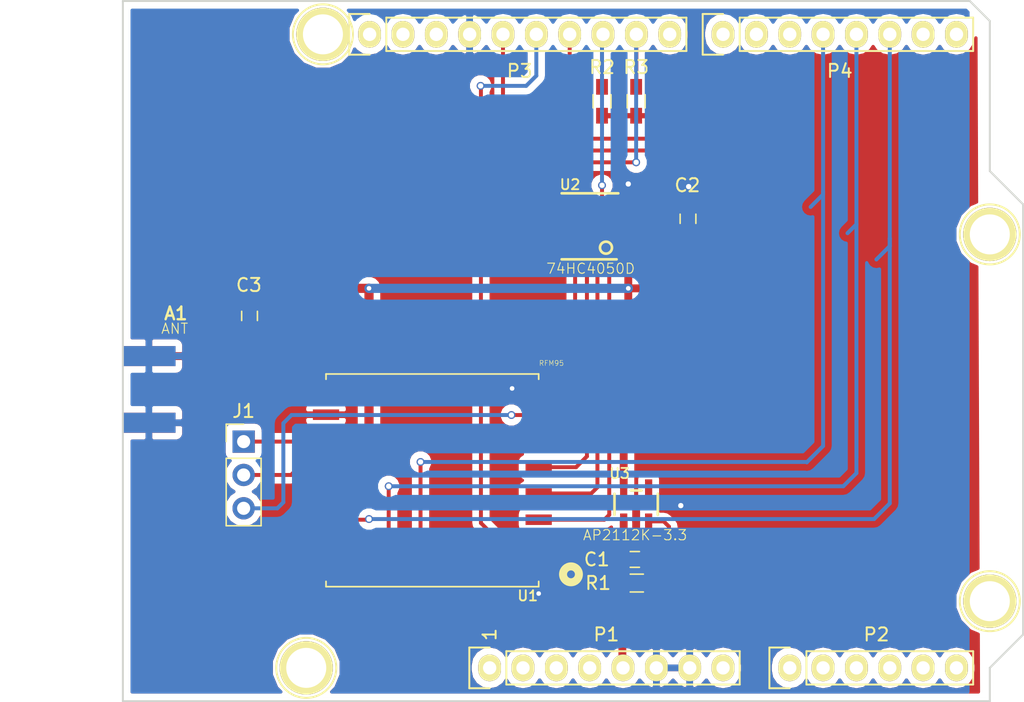
<source format=kicad_pcb>
(kicad_pcb (version 4) (host pcbnew 4.0.6)

  (general
    (links 42)
    (no_connects 0)
    (area 101.438899 71.542 182.071334 127.694)
    (thickness 1.6)
    (drawings 27)
    (tracks 173)
    (zones 0)
    (modules 19)
    (nets 52)
  )

  (page A4)
  (title_block
    (date "lun. 30 mars 2015")
  )

  (layers
    (0 F.Cu signal)
    (31 B.Cu signal)
    (32 B.Adhes user)
    (33 F.Adhes user)
    (34 B.Paste user)
    (35 F.Paste user)
    (36 B.SilkS user)
    (37 F.SilkS user)
    (38 B.Mask user)
    (39 F.Mask user)
    (40 Dwgs.User user)
    (41 Cmts.User user)
    (42 Eco1.User user)
    (43 Eco2.User user)
    (44 Edge.Cuts user)
    (45 Margin user)
    (46 B.CrtYd user)
    (47 F.CrtYd user)
    (48 B.Fab user hide)
    (49 F.Fab user hide)
  )

  (setup
    (last_trace_width 0.3)
    (trace_clearance 0.2)
    (zone_clearance 0.508)
    (zone_45_only no)
    (trace_min 0.2)
    (segment_width 0.15)
    (edge_width 0.15)
    (via_size 0.6)
    (via_drill 0.4)
    (via_min_size 0.4)
    (via_min_drill 0.3)
    (uvia_size 0.3)
    (uvia_drill 0.1)
    (uvias_allowed no)
    (uvia_min_size 0.2)
    (uvia_min_drill 0.1)
    (pcb_text_width 0.3)
    (pcb_text_size 1.5 1.5)
    (mod_edge_width 0.15)
    (mod_text_size 1 1)
    (mod_text_width 0.15)
    (pad_size 4.064 4.064)
    (pad_drill 3.048)
    (pad_to_mask_clearance 0)
    (aux_axis_origin 110.998 126.365)
    (grid_origin 110.998 126.365)
    (visible_elements FFFFFF7F)
    (pcbplotparams
      (layerselection 0x00030_80000001)
      (usegerberextensions false)
      (excludeedgelayer true)
      (linewidth 0.100000)
      (plotframeref false)
      (viasonmask false)
      (mode 1)
      (useauxorigin false)
      (hpglpennumber 1)
      (hpglpenspeed 20)
      (hpglpendiameter 15)
      (hpglpenoverlay 2)
      (psnegative false)
      (psa4output false)
      (plotreference true)
      (plotvalue true)
      (plotinvisibletext false)
      (padsonsilk false)
      (subtractmaskfromsilk false)
      (outputformat 1)
      (mirror false)
      (drillshape 1)
      (scaleselection 1)
      (outputdirectory ""))
  )

  (net 0 "")
  (net 1 /IOREF)
  (net 2 /Reset)
  (net 3 +5V)
  (net 4 GND)
  (net 5 /Vin)
  (net 6 /A0)
  (net 7 /A1)
  (net 8 /A2)
  (net 9 /A3)
  (net 10 /AREF)
  (net 11 "/A4(SDA)")
  (net 12 "/A5(SCL)")
  (net 13 "/9(**)")
  (net 14 /8)
  (net 15 /7)
  (net 16 "/6(**)")
  (net 17 "/5(**)")
  (net 18 /4)
  (net 19 "/3(**)")
  (net 20 /2)
  (net 21 "/1(Tx)")
  (net 22 "/0(Rx)")
  (net 23 "Net-(P5-Pad1)")
  (net 24 "Net-(P6-Pad1)")
  (net 25 "Net-(P7-Pad1)")
  (net 26 "Net-(P8-Pad1)")
  (net 27 "/13(SCK)")
  (net 28 "/10(**/SS)")
  (net 29 "Net-(P1-Pad1)")
  (net 30 +3V3)
  (net 31 "/12(MISO)")
  (net 32 "/11(**/MOSI)")
  (net 33 "Net-(A1-Pad1)")
  (net 34 /DIO3)
  (net 35 /DIO4)
  (net 36 /DIO5)
  (net 37 "Net-(R1-Pad1)")
  (net 38 "Net-(U1-Pad3)")
  (net 39 "Net-(U1-Pad4)")
  (net 40 "Net-(U1-Pad5)")
  (net 41 "Net-(U1-Pad6)")
  (net 42 "Net-(U2-Pad11)")
  (net 43 "Net-(U2-Pad12)")
  (net 44 "Net-(U2-Pad13)")
  (net 45 "Net-(U2-Pad14)")
  (net 46 "Net-(U2-Pad15)")
  (net 47 "Net-(U2-Pad16)")
  (net 48 "Net-(U3-Pad4)")
  (net 49 "Net-(P1-Pad4)")
  (net 50 "Net-(P3-Pad1)")
  (net 51 "Net-(P3-Pad2)")

  (net_class Default "This is the default net class."
    (clearance 0.2)
    (trace_width 0.3)
    (via_dia 0.6)
    (via_drill 0.4)
    (uvia_dia 0.3)
    (uvia_drill 0.1)
    (add_net "/0(Rx)")
    (add_net "/1(Tx)")
    (add_net "/10(**/SS)")
    (add_net "/11(**/MOSI)")
    (add_net "/12(MISO)")
    (add_net "/13(SCK)")
    (add_net /2)
    (add_net "/3(**)")
    (add_net /4)
    (add_net "/5(**)")
    (add_net "/6(**)")
    (add_net /7)
    (add_net /8)
    (add_net "/9(**)")
    (add_net /A0)
    (add_net /A1)
    (add_net /A2)
    (add_net /A3)
    (add_net "/A4(SDA)")
    (add_net "/A5(SCL)")
    (add_net /AREF)
    (add_net /DIO3)
    (add_net /DIO4)
    (add_net /DIO5)
    (add_net /IOREF)
    (add_net /Reset)
    (add_net "Net-(P1-Pad1)")
    (add_net "Net-(P1-Pad4)")
    (add_net "Net-(P3-Pad1)")
    (add_net "Net-(P3-Pad2)")
    (add_net "Net-(P5-Pad1)")
    (add_net "Net-(P6-Pad1)")
    (add_net "Net-(P7-Pad1)")
    (add_net "Net-(P8-Pad1)")
    (add_net "Net-(R1-Pad1)")
    (add_net "Net-(U1-Pad3)")
    (add_net "Net-(U1-Pad4)")
    (add_net "Net-(U1-Pad5)")
    (add_net "Net-(U1-Pad6)")
    (add_net "Net-(U2-Pad11)")
    (add_net "Net-(U2-Pad12)")
    (add_net "Net-(U2-Pad13)")
    (add_net "Net-(U2-Pad14)")
    (add_net "Net-(U2-Pad15)")
    (add_net "Net-(U2-Pad16)")
    (add_net "Net-(U3-Pad4)")
  )

  (net_class Vcc ""
    (clearance 0.2)
    (trace_width 0.7)
    (via_dia 0.7)
    (via_drill 0.35)
    (uvia_dia 0.3)
    (uvia_drill 0.1)
    (add_net +3V3)
    (add_net +5V)
    (add_net /Vin)
    (add_net GND)
    (add_net "Net-(A1-Pad1)")
  )

  (module ArduinoShieldLoRa:RFM95 (layer F.Cu) (tedit 593ECF72) (tstamp 593ED1E9)
    (at 134.573 109.54 180)
    (path /593EC92C)
    (fp_text reference U1 (at -6.4 -9.25 360) (layer F.SilkS)
      (effects (font (size 0.77216 0.77216) (thickness 0.138988)) (justify left bottom))
    )
    (fp_text value RFM95 (at -8.1 8.7 180) (layer F.SilkS)
      (effects (font (size 0.38608 0.38608) (thickness 0.038608)) (justify left bottom))
    )
    (fp_line (start -8 -8) (end 8 -8) (layer Dwgs.User) (width 0.127))
    (fp_line (start 8 -8) (end 8 8) (layer Dwgs.User) (width 0.127))
    (fp_line (start 8 8) (end -8 8) (layer Dwgs.User) (width 0.127))
    (fp_line (start -8 8) (end -8 -8) (layer Dwgs.User) (width 0.127))
    (fp_line (start -8.1 -7.7) (end -8.1 -8.1) (layer F.SilkS) (width 0.127))
    (fp_line (start -8.1 -8.1) (end 8.1 -8.1) (layer F.SilkS) (width 0.127))
    (fp_line (start 8.1 -8.1) (end 8.1 -7.7) (layer F.SilkS) (width 0.127))
    (fp_line (start -8.1 7.7) (end -8.1 8.1) (layer F.SilkS) (width 0.127))
    (fp_line (start -8.1 8.1) (end 8.1 8.1) (layer F.SilkS) (width 0.127))
    (fp_line (start 8.1 8.1) (end 8.1 7.7) (layer F.SilkS) (width 0.127))
    (fp_circle (center -10.56 -7.16) (end -10.26 -7.16) (layer F.SilkS) (width 0.6096))
    (pad 9 smd rect (at 8.1 7) (size 2 0.8) (layers F.Cu F.Paste F.Mask)
      (net 33 "Net-(A1-Pad1)"))
    (pad 10 smd rect (at 8.1 5) (size 2 0.8) (layers F.Cu F.Paste F.Mask)
      (net 4 GND))
    (pad 11 smd rect (at 8.1 3) (size 2 0.8) (layers F.Cu F.Paste F.Mask)
      (net 34 /DIO3))
    (pad 12 smd rect (at 8.1 1) (size 2 0.8) (layers F.Cu F.Paste F.Mask)
      (net 35 /DIO4))
    (pad 13 smd rect (at 8.1 -1) (size 2 0.8) (layers F.Cu F.Paste F.Mask)
      (net 30 +3V3))
    (pad 14 smd rect (at 8.1 -3) (size 2 0.8) (layers F.Cu F.Paste F.Mask)
      (net 20 /2))
    (pad 15 smd rect (at 8.1 -5) (size 2 0.8) (layers F.Cu F.Paste F.Mask)
      (net 19 "/3(**)"))
    (pad 16 smd rect (at 8.1 -7) (size 2 0.8) (layers F.Cu F.Paste F.Mask)
      (net 18 /4))
    (pad 1 smd rect (at -8.1 -7 180) (size 2 0.8) (layers F.Cu F.Paste F.Mask)
      (net 4 GND))
    (pad 2 smd rect (at -8.1 -5 180) (size 2 0.8) (layers F.Cu F.Paste F.Mask)
      (net 31 "/12(MISO)"))
    (pad 3 smd rect (at -8.1 -3 180) (size 2 0.8) (layers F.Cu F.Paste F.Mask)
      (net 38 "Net-(U1-Pad3)"))
    (pad 4 smd rect (at -8.1 -1 180) (size 2 0.8) (layers F.Cu F.Paste F.Mask)
      (net 39 "Net-(U1-Pad4)"))
    (pad 5 smd rect (at -8.1 1 180) (size 2 0.8) (layers F.Cu F.Paste F.Mask)
      (net 40 "Net-(U1-Pad5)"))
    (pad 6 smd rect (at -8.1 3 180) (size 2 0.8) (layers F.Cu F.Paste F.Mask)
      (net 41 "Net-(U1-Pad6)"))
    (pad 7 smd rect (at -8.1 5 180) (size 2 0.8) (layers F.Cu F.Paste F.Mask)
      (net 36 /DIO5))
    (pad 8 smd rect (at -8.1 7) (size 2 0.8) (layers F.Cu F.Paste F.Mask)
      (net 4 GND))
  )

  (module ArduinoShieldLoRa:SMA_EDGELAUNCH_UFL (layer F.Cu) (tedit 593ED067) (tstamp 593ED1AB)
    (at 110.948 102.615)
    (path /593ECA41)
    (fp_text reference A1 (at 5.08 -6.35) (layer F.SilkS)
      (effects (font (size 0.9652 0.9652) (thickness 0.18288)) (justify right top))
    )
    (fp_text value ANT (at 5.08 -5.08 180) (layer F.SilkS)
      (effects (font (size 0.77216 0.77216) (thickness 0.077216)) (justify right top))
    )
    (fp_line (start -9.2075 -2.54) (end -8.255 -2.54) (layer Dwgs.User) (width 0.2032))
    (fp_line (start -8.255 -2.54) (end -8.255 -3.175) (layer Dwgs.User) (width 0.2032))
    (fp_line (start -8.255 -3.175) (end -7.62 -3.175) (layer Dwgs.User) (width 0.2032))
    (fp_line (start -7.62 -3.175) (end -6.985 -3.175) (layer Dwgs.User) (width 0.2032))
    (fp_line (start -6.985 -3.175) (end -6.35 -3.175) (layer Dwgs.User) (width 0.2032))
    (fp_line (start -6.35 -3.175) (end -5.715 -3.175) (layer Dwgs.User) (width 0.2032))
    (fp_line (start -5.715 -3.175) (end -5.08 -3.175) (layer Dwgs.User) (width 0.2032))
    (fp_line (start -5.08 -3.175) (end -4.445 -3.175) (layer Dwgs.User) (width 0.2032))
    (fp_line (start -4.445 -3.175) (end -3.4925 -3.175) (layer Dwgs.User) (width 0.2032))
    (fp_line (start -3.4925 -3.175) (end -3.4925 -2.54) (layer Dwgs.User) (width 0.2032))
    (fp_line (start -3.4925 -2.54) (end -1.5875 -2.54) (layer Dwgs.User) (width 0.2032))
    (fp_line (start -1.5875 -2.54) (end -1.5875 2.54) (layer Dwgs.User) (width 0.2032))
    (fp_line (start -1.5875 2.54) (end -3.4925 2.54) (layer Dwgs.User) (width 0.2032))
    (fp_line (start -3.4925 2.54) (end -3.4925 3.175) (layer Dwgs.User) (width 0.2032))
    (fp_line (start -3.4925 3.175) (end -4.445 3.175) (layer Dwgs.User) (width 0.2032))
    (fp_line (start -4.445 3.175) (end -5.08 3.175) (layer Dwgs.User) (width 0.2032))
    (fp_line (start -5.08 3.175) (end -5.715 3.175) (layer Dwgs.User) (width 0.2032))
    (fp_line (start -5.715 3.175) (end -6.35 3.175) (layer Dwgs.User) (width 0.2032))
    (fp_line (start -6.35 3.175) (end -6.985 3.175) (layer Dwgs.User) (width 0.2032))
    (fp_line (start -6.985 3.175) (end -7.62 3.175) (layer Dwgs.User) (width 0.2032))
    (fp_line (start -7.62 3.175) (end -8.255 3.175) (layer Dwgs.User) (width 0.2032))
    (fp_line (start -8.255 3.175) (end -8.255 2.54) (layer Dwgs.User) (width 0.2032))
    (fp_line (start -8.255 2.54) (end -9.2075 2.54) (layer Dwgs.User) (width 0.2032))
    (fp_line (start -9.2075 2.54) (end -9.2075 -2.54) (layer Dwgs.User) (width 0.2032))
    (fp_line (start -8.255 -2.54) (end -8.255 2.54) (layer Dwgs.User) (width 0.2032))
    (fp_line (start -8.255 -3.175) (end -7.62 3.175) (layer Dwgs.User) (width 0.2032))
    (fp_line (start -7.62 -3.175) (end -6.985 3.175) (layer Dwgs.User) (width 0.2032))
    (fp_line (start -6.985 -3.175) (end -6.35 3.175) (layer Dwgs.User) (width 0.2032))
    (fp_line (start -6.35 -3.175) (end -5.715 3.175) (layer Dwgs.User) (width 0.2032))
    (fp_line (start -5.715 -3.175) (end -5.08 3.175) (layer Dwgs.User) (width 0.2032))
    (fp_line (start -5.08 -3.175) (end -4.445 3.175) (layer Dwgs.User) (width 0.2032))
    (fp_line (start -4.445 -3.175) (end -3.81 3.175) (layer Dwgs.User) (width 0.2032))
    (fp_poly (pts (xy 0 0.3175) (xy 3.175 0.3175) (xy 3.175 -0.3175) (xy 0 -0.3175)) (layer Dwgs.User) (width 0))
    (fp_poly (pts (xy -1.524 -3.048) (xy 3.81 -3.048) (xy 3.81 -2.032) (xy 0 -2.032)
      (xy 0 2.032) (xy 3.81 2.032) (xy 3.81 3.048) (xy -1.524 3.048)) (layer Dwgs.User) (width 0))
    (fp_poly (pts (xy -1.524 -5.08) (xy 0 -5.08) (xy 0 5.08) (xy -1.524 5.08)) (layer Dwgs.User) (width 0))
    (fp_line (start 3.3574 -0.7) (end 3.3574 -2.1) (layer Dwgs.User) (width 0.2032))
    (fp_line (start 3.3574 -2.1) (end 0.7574 -2.1) (layer Dwgs.User) (width 0.2032))
    (fp_line (start 0.7574 2.1) (end 3.3574 2.1) (layer Dwgs.User) (width 0.2032))
    (fp_line (start 3.3574 2.1) (end 3.3574 0.7) (layer Dwgs.User) (width 0.2032))
    (fp_line (start 0.7574 -0.7) (end 0.7574 -2.1) (layer Dwgs.User) (width 0.2032))
    (fp_line (start 0.7574 2.1) (end 0.7574 0.7) (layer Dwgs.User) (width 0.2032))
    (fp_line (start 3.4574 -0.7) (end 3.4574 -2) (layer Dwgs.User) (width 0.2032))
    (fp_line (start 3.4574 2) (end 3.4574 0.7) (layer Dwgs.User) (width 0.2032))
    (fp_line (start 3.5574 -0.7) (end 3.5574 -2.1) (layer Dwgs.User) (width 0.2032))
    (fp_line (start 3.5574 2.1) (end 3.5574 0.7) (layer Dwgs.User) (width 0.2032))
    (fp_line (start 3.5574 -2.1) (end 3.3574 -2.1) (layer Dwgs.User) (width 0.2032))
    (fp_line (start 3.5574 -0.7) (end 3.3574 -0.7) (layer Dwgs.User) (width 0.2032))
    (fp_line (start 3.5574 0.7) (end 3.3574 0.7) (layer Dwgs.User) (width 0.2032))
    (fp_line (start 3.5574 2.1) (end 3.3574 2.1) (layer Dwgs.User) (width 0.2032))
    (fp_poly (pts (xy 3.2004 0.4826) (xy 3.9624 0.4826) (xy 3.9624 -0.4826) (xy 3.2004 -0.4826)) (layer F.Paste) (width 0))
    (fp_poly (pts (xy 0.889 -0.9382) (xy 3.2258 -0.9382) (xy 3.2258 -1.8526) (xy 0.889 -1.8526)) (layer F.Mask) (width 0))
    (fp_poly (pts (xy 0.9906 -0.989) (xy 3.1242 -0.989) (xy 3.1242 -1.8018) (xy 0.9906 -1.8018)) (layer F.Paste) (width 0))
    (fp_poly (pts (xy 0.889 1.8526) (xy 3.2258 1.8526) (xy 3.2258 0.9382) (xy 0.889 0.9382)) (layer F.Mask) (width 0))
    (fp_poly (pts (xy 0.9906 1.8018) (xy 3.1242 1.8018) (xy 3.1242 0.989) (xy 0.9906 0.989)) (layer F.Paste) (width 0))
    (pad 3 smd rect (at 2.032 -2.54 90) (size 1.524 4.064) (layers F.Cu F.Paste F.Mask)
      (net 4 GND))
    (pad 2 smd rect (at 2.032 2.54 90) (size 1.524 4.064) (layers F.Cu F.Paste F.Mask)
      (net 4 GND))
    (pad 1 smd rect (at 3.048 0 90) (size 1.016 2.032) (layers F.Cu F.Paste F.Mask)
      (net 33 "Net-(A1-Pad1)"))
    (pad 4 smd rect (at 2.032 -2.54 90) (size 1.524 4.064) (layers B.Cu B.Paste B.Mask)
      (net 4 GND))
    (pad 5 smd rect (at 2.032 2.54 90) (size 1.524 4.064) (layers B.Cu B.Paste B.Mask)
      (net 4 GND))
  )

  (module Socket_Arduino_Uno:Socket_Strip_Arduino_1x08 locked (layer F.Cu) (tedit 552168D2) (tstamp 551AF9EA)
    (at 138.938 123.825)
    (descr "Through hole socket strip")
    (tags "socket strip")
    (path /56D70129)
    (fp_text reference P1 (at 8.89 -2.54) (layer F.SilkS)
      (effects (font (size 1 1) (thickness 0.15)))
    )
    (fp_text value Power (at 8.89 -4.064) (layer F.Fab)
      (effects (font (size 1 1) (thickness 0.15)))
    )
    (fp_line (start -1.75 -1.75) (end -1.75 1.75) (layer F.CrtYd) (width 0.05))
    (fp_line (start 19.55 -1.75) (end 19.55 1.75) (layer F.CrtYd) (width 0.05))
    (fp_line (start -1.75 -1.75) (end 19.55 -1.75) (layer F.CrtYd) (width 0.05))
    (fp_line (start -1.75 1.75) (end 19.55 1.75) (layer F.CrtYd) (width 0.05))
    (fp_line (start 1.27 1.27) (end 19.05 1.27) (layer F.SilkS) (width 0.15))
    (fp_line (start 19.05 1.27) (end 19.05 -1.27) (layer F.SilkS) (width 0.15))
    (fp_line (start 19.05 -1.27) (end 1.27 -1.27) (layer F.SilkS) (width 0.15))
    (fp_line (start -1.55 1.55) (end 0 1.55) (layer F.SilkS) (width 0.15))
    (fp_line (start 1.27 1.27) (end 1.27 -1.27) (layer F.SilkS) (width 0.15))
    (fp_line (start 0 -1.55) (end -1.55 -1.55) (layer F.SilkS) (width 0.15))
    (fp_line (start -1.55 -1.55) (end -1.55 1.55) (layer F.SilkS) (width 0.15))
    (pad 1 thru_hole oval (at 0 0) (size 1.7272 2.032) (drill 1.016) (layers *.Cu *.Mask F.SilkS)
      (net 29 "Net-(P1-Pad1)"))
    (pad 2 thru_hole oval (at 2.54 0) (size 1.7272 2.032) (drill 1.016) (layers *.Cu *.Mask F.SilkS)
      (net 1 /IOREF))
    (pad 3 thru_hole oval (at 5.08 0) (size 1.7272 2.032) (drill 1.016) (layers *.Cu *.Mask F.SilkS)
      (net 2 /Reset))
    (pad 4 thru_hole oval (at 7.62 0) (size 1.7272 2.032) (drill 1.016) (layers *.Cu *.Mask F.SilkS)
      (net 49 "Net-(P1-Pad4)"))
    (pad 5 thru_hole oval (at 10.16 0) (size 1.7272 2.032) (drill 1.016) (layers *.Cu *.Mask F.SilkS)
      (net 3 +5V))
    (pad 6 thru_hole oval (at 12.7 0) (size 1.7272 2.032) (drill 1.016) (layers *.Cu *.Mask F.SilkS)
      (net 4 GND))
    (pad 7 thru_hole oval (at 15.24 0) (size 1.7272 2.032) (drill 1.016) (layers *.Cu *.Mask F.SilkS)
      (net 4 GND))
    (pad 8 thru_hole oval (at 17.78 0) (size 1.7272 2.032) (drill 1.016) (layers *.Cu *.Mask F.SilkS)
      (net 5 /Vin))
    (model ${KIPRJMOD}/Socket_Arduino_Uno.3dshapes/Socket_header_Arduino_1x08.wrl
      (at (xyz 0.35 0 0))
      (scale (xyz 1 1 1))
      (rotate (xyz 0 0 180))
    )
  )

  (module Socket_Arduino_Uno:Socket_Strip_Arduino_1x06 locked (layer F.Cu) (tedit 552168D6) (tstamp 551AF9FF)
    (at 161.798 123.825)
    (descr "Through hole socket strip")
    (tags "socket strip")
    (path /56D70DD8)
    (fp_text reference P2 (at 6.604 -2.54) (layer F.SilkS)
      (effects (font (size 1 1) (thickness 0.15)))
    )
    (fp_text value Analog (at 6.604 -4.064) (layer F.Fab)
      (effects (font (size 1 1) (thickness 0.15)))
    )
    (fp_line (start -1.75 -1.75) (end -1.75 1.75) (layer F.CrtYd) (width 0.05))
    (fp_line (start 14.45 -1.75) (end 14.45 1.75) (layer F.CrtYd) (width 0.05))
    (fp_line (start -1.75 -1.75) (end 14.45 -1.75) (layer F.CrtYd) (width 0.05))
    (fp_line (start -1.75 1.75) (end 14.45 1.75) (layer F.CrtYd) (width 0.05))
    (fp_line (start 1.27 1.27) (end 13.97 1.27) (layer F.SilkS) (width 0.15))
    (fp_line (start 13.97 1.27) (end 13.97 -1.27) (layer F.SilkS) (width 0.15))
    (fp_line (start 13.97 -1.27) (end 1.27 -1.27) (layer F.SilkS) (width 0.15))
    (fp_line (start -1.55 1.55) (end 0 1.55) (layer F.SilkS) (width 0.15))
    (fp_line (start 1.27 1.27) (end 1.27 -1.27) (layer F.SilkS) (width 0.15))
    (fp_line (start 0 -1.55) (end -1.55 -1.55) (layer F.SilkS) (width 0.15))
    (fp_line (start -1.55 -1.55) (end -1.55 1.55) (layer F.SilkS) (width 0.15))
    (pad 1 thru_hole oval (at 0 0) (size 1.7272 2.032) (drill 1.016) (layers *.Cu *.Mask F.SilkS)
      (net 6 /A0))
    (pad 2 thru_hole oval (at 2.54 0) (size 1.7272 2.032) (drill 1.016) (layers *.Cu *.Mask F.SilkS)
      (net 7 /A1))
    (pad 3 thru_hole oval (at 5.08 0) (size 1.7272 2.032) (drill 1.016) (layers *.Cu *.Mask F.SilkS)
      (net 8 /A2))
    (pad 4 thru_hole oval (at 7.62 0) (size 1.7272 2.032) (drill 1.016) (layers *.Cu *.Mask F.SilkS)
      (net 9 /A3))
    (pad 5 thru_hole oval (at 10.16 0) (size 1.7272 2.032) (drill 1.016) (layers *.Cu *.Mask F.SilkS)
      (net 11 "/A4(SDA)"))
    (pad 6 thru_hole oval (at 12.7 0) (size 1.7272 2.032) (drill 1.016) (layers *.Cu *.Mask F.SilkS)
      (net 12 "/A5(SCL)"))
    (model ${KIPRJMOD}/Socket_Arduino_Uno.3dshapes/Socket_header_Arduino_1x06.wrl
      (at (xyz 0.25 0 0))
      (scale (xyz 1 1 1))
      (rotate (xyz 0 0 180))
    )
  )

  (module Socket_Arduino_Uno:Socket_Strip_Arduino_1x10 locked (layer F.Cu) (tedit 552168BF) (tstamp 551AFA18)
    (at 129.794 75.565)
    (descr "Through hole socket strip")
    (tags "socket strip")
    (path /56D721E0)
    (fp_text reference P3 (at 11.43 2.794) (layer F.SilkS)
      (effects (font (size 1 1) (thickness 0.15)))
    )
    (fp_text value Digital (at 11.43 4.318) (layer F.Fab)
      (effects (font (size 1 1) (thickness 0.15)))
    )
    (fp_line (start -1.75 -1.75) (end -1.75 1.75) (layer F.CrtYd) (width 0.05))
    (fp_line (start 24.65 -1.75) (end 24.65 1.75) (layer F.CrtYd) (width 0.05))
    (fp_line (start -1.75 -1.75) (end 24.65 -1.75) (layer F.CrtYd) (width 0.05))
    (fp_line (start -1.75 1.75) (end 24.65 1.75) (layer F.CrtYd) (width 0.05))
    (fp_line (start 1.27 1.27) (end 24.13 1.27) (layer F.SilkS) (width 0.15))
    (fp_line (start 24.13 1.27) (end 24.13 -1.27) (layer F.SilkS) (width 0.15))
    (fp_line (start 24.13 -1.27) (end 1.27 -1.27) (layer F.SilkS) (width 0.15))
    (fp_line (start -1.55 1.55) (end 0 1.55) (layer F.SilkS) (width 0.15))
    (fp_line (start 1.27 1.27) (end 1.27 -1.27) (layer F.SilkS) (width 0.15))
    (fp_line (start 0 -1.55) (end -1.55 -1.55) (layer F.SilkS) (width 0.15))
    (fp_line (start -1.55 -1.55) (end -1.55 1.55) (layer F.SilkS) (width 0.15))
    (pad 1 thru_hole oval (at 0 0) (size 1.7272 2.032) (drill 1.016) (layers *.Cu *.Mask F.SilkS)
      (net 50 "Net-(P3-Pad1)"))
    (pad 2 thru_hole oval (at 2.54 0) (size 1.7272 2.032) (drill 1.016) (layers *.Cu *.Mask F.SilkS)
      (net 51 "Net-(P3-Pad2)"))
    (pad 3 thru_hole oval (at 5.08 0) (size 1.7272 2.032) (drill 1.016) (layers *.Cu *.Mask F.SilkS)
      (net 10 /AREF))
    (pad 4 thru_hole oval (at 7.62 0) (size 1.7272 2.032) (drill 1.016) (layers *.Cu *.Mask F.SilkS)
      (net 4 GND))
    (pad 5 thru_hole oval (at 10.16 0) (size 1.7272 2.032) (drill 1.016) (layers *.Cu *.Mask F.SilkS)
      (net 27 "/13(SCK)"))
    (pad 6 thru_hole oval (at 12.7 0) (size 1.7272 2.032) (drill 1.016) (layers *.Cu *.Mask F.SilkS)
      (net 31 "/12(MISO)"))
    (pad 7 thru_hole oval (at 15.24 0) (size 1.7272 2.032) (drill 1.016) (layers *.Cu *.Mask F.SilkS)
      (net 32 "/11(**/MOSI)"))
    (pad 8 thru_hole oval (at 17.78 0) (size 1.7272 2.032) (drill 1.016) (layers *.Cu *.Mask F.SilkS)
      (net 28 "/10(**/SS)"))
    (pad 9 thru_hole oval (at 20.32 0) (size 1.7272 2.032) (drill 1.016) (layers *.Cu *.Mask F.SilkS)
      (net 13 "/9(**)"))
    (pad 10 thru_hole oval (at 22.86 0) (size 1.7272 2.032) (drill 1.016) (layers *.Cu *.Mask F.SilkS)
      (net 14 /8))
    (model ${KIPRJMOD}/Socket_Arduino_Uno.3dshapes/Socket_header_Arduino_1x10.wrl
      (at (xyz 0.45 0 0))
      (scale (xyz 1 1 1))
      (rotate (xyz 0 0 180))
    )
  )

  (module Socket_Arduino_Uno:Socket_Strip_Arduino_1x08 locked (layer F.Cu) (tedit 552168C7) (tstamp 551AFA2F)
    (at 156.718 75.565)
    (descr "Through hole socket strip")
    (tags "socket strip")
    (path /56D7164F)
    (fp_text reference P4 (at 8.89 2.794) (layer F.SilkS)
      (effects (font (size 1 1) (thickness 0.15)))
    )
    (fp_text value Digital (at 8.89 4.318) (layer F.Fab)
      (effects (font (size 1 1) (thickness 0.15)))
    )
    (fp_line (start -1.75 -1.75) (end -1.75 1.75) (layer F.CrtYd) (width 0.05))
    (fp_line (start 19.55 -1.75) (end 19.55 1.75) (layer F.CrtYd) (width 0.05))
    (fp_line (start -1.75 -1.75) (end 19.55 -1.75) (layer F.CrtYd) (width 0.05))
    (fp_line (start -1.75 1.75) (end 19.55 1.75) (layer F.CrtYd) (width 0.05))
    (fp_line (start 1.27 1.27) (end 19.05 1.27) (layer F.SilkS) (width 0.15))
    (fp_line (start 19.05 1.27) (end 19.05 -1.27) (layer F.SilkS) (width 0.15))
    (fp_line (start 19.05 -1.27) (end 1.27 -1.27) (layer F.SilkS) (width 0.15))
    (fp_line (start -1.55 1.55) (end 0 1.55) (layer F.SilkS) (width 0.15))
    (fp_line (start 1.27 1.27) (end 1.27 -1.27) (layer F.SilkS) (width 0.15))
    (fp_line (start 0 -1.55) (end -1.55 -1.55) (layer F.SilkS) (width 0.15))
    (fp_line (start -1.55 -1.55) (end -1.55 1.55) (layer F.SilkS) (width 0.15))
    (pad 1 thru_hole oval (at 0 0) (size 1.7272 2.032) (drill 1.016) (layers *.Cu *.Mask F.SilkS)
      (net 15 /7))
    (pad 2 thru_hole oval (at 2.54 0) (size 1.7272 2.032) (drill 1.016) (layers *.Cu *.Mask F.SilkS)
      (net 16 "/6(**)"))
    (pad 3 thru_hole oval (at 5.08 0) (size 1.7272 2.032) (drill 1.016) (layers *.Cu *.Mask F.SilkS)
      (net 17 "/5(**)"))
    (pad 4 thru_hole oval (at 7.62 0) (size 1.7272 2.032) (drill 1.016) (layers *.Cu *.Mask F.SilkS)
      (net 18 /4))
    (pad 5 thru_hole oval (at 10.16 0) (size 1.7272 2.032) (drill 1.016) (layers *.Cu *.Mask F.SilkS)
      (net 19 "/3(**)"))
    (pad 6 thru_hole oval (at 12.7 0) (size 1.7272 2.032) (drill 1.016) (layers *.Cu *.Mask F.SilkS)
      (net 20 /2))
    (pad 7 thru_hole oval (at 15.24 0) (size 1.7272 2.032) (drill 1.016) (layers *.Cu *.Mask F.SilkS)
      (net 21 "/1(Tx)"))
    (pad 8 thru_hole oval (at 17.78 0) (size 1.7272 2.032) (drill 1.016) (layers *.Cu *.Mask F.SilkS)
      (net 22 "/0(Rx)"))
    (model ${KIPRJMOD}/Socket_Arduino_Uno.3dshapes/Socket_header_Arduino_1x08.wrl
      (at (xyz 0.35 0 0))
      (scale (xyz 1 1 1))
      (rotate (xyz 0 0 180))
    )
  )

  (module Socket_Arduino_Uno:Arduino_1pin locked (layer F.Cu) (tedit 5524FC39) (tstamp 5524FC3F)
    (at 124.968 123.825)
    (descr "module 1 pin (ou trou mecanique de percage)")
    (tags DEV)
    (path /56D71177)
    (fp_text reference P5 (at 0 -3.048) (layer F.SilkS) hide
      (effects (font (size 1 1) (thickness 0.15)))
    )
    (fp_text value CONN_01X01 (at 0 2.794) (layer F.Fab) hide
      (effects (font (size 1 1) (thickness 0.15)))
    )
    (fp_circle (center 0 0) (end 0 -2.286) (layer F.SilkS) (width 0.15))
    (pad 1 thru_hole circle (at 0 0) (size 4.064 4.064) (drill 3.048) (layers *.Cu *.Mask F.SilkS)
      (net 23 "Net-(P5-Pad1)"))
  )

  (module Socket_Arduino_Uno:Arduino_1pin locked (layer F.Cu) (tedit 5524FC4A) (tstamp 5524FC44)
    (at 177.038 118.745)
    (descr "module 1 pin (ou trou mecanique de percage)")
    (tags DEV)
    (path /56D71274)
    (fp_text reference P6 (at 0 -3.048) (layer F.SilkS) hide
      (effects (font (size 1 1) (thickness 0.15)))
    )
    (fp_text value CONN_01X01 (at 0 2.794) (layer F.Fab) hide
      (effects (font (size 1 1) (thickness 0.15)))
    )
    (fp_circle (center 0 0) (end 0 -2.286) (layer F.SilkS) (width 0.15))
    (pad 1 thru_hole circle (at 0 0) (size 4.064 4.064) (drill 3.048) (layers *.Cu *.Mask F.SilkS)
      (net 24 "Net-(P6-Pad1)"))
  )

  (module Socket_Arduino_Uno:Arduino_1pin locked (layer F.Cu) (tedit 5524FC2F) (tstamp 5524FC49)
    (at 126.238 75.565)
    (descr "module 1 pin (ou trou mecanique de percage)")
    (tags DEV)
    (path /56D712A8)
    (fp_text reference P7 (at 0 -3.048) (layer F.SilkS) hide
      (effects (font (size 1 1) (thickness 0.15)))
    )
    (fp_text value CONN_01X01 (at 0 2.794) (layer F.Fab) hide
      (effects (font (size 1 1) (thickness 0.15)))
    )
    (fp_circle (center 0 0) (end 0 -2.286) (layer F.SilkS) (width 0.15))
    (pad 1 thru_hole circle (at 0 0) (size 4.064 4.064) (drill 3.048) (layers *.Cu *.Mask F.SilkS)
      (net 25 "Net-(P7-Pad1)"))
  )

  (module Socket_Arduino_Uno:Arduino_1pin locked (layer F.Cu) (tedit 5524FC41) (tstamp 5524FC4E)
    (at 177.038 90.805)
    (descr "module 1 pin (ou trou mecanique de percage)")
    (tags DEV)
    (path /56D712DB)
    (fp_text reference P8 (at 0 -3.048) (layer F.SilkS) hide
      (effects (font (size 1 1) (thickness 0.15)))
    )
    (fp_text value CONN_01X01 (at 0 2.794) (layer F.Fab) hide
      (effects (font (size 1 1) (thickness 0.15)))
    )
    (fp_circle (center 0 0) (end 0 -2.286) (layer F.SilkS) (width 0.15))
    (pad 1 thru_hole circle (at 0 0) (size 4.064 4.064) (drill 3.048) (layers *.Cu *.Mask F.SilkS)
      (net 26 "Net-(P8-Pad1)"))
  )

  (module Capacitors_SMD:C_0603_HandSoldering (layer F.Cu) (tedit 58AA848B) (tstamp 593ED1B1)
    (at 149.998 115.565)
    (descr "Capacitor SMD 0603, hand soldering")
    (tags "capacitor 0603")
    (path /593ED652)
    (attr smd)
    (fp_text reference C1 (at -2.9 0) (layer F.SilkS)
      (effects (font (size 1 1) (thickness 0.15)))
    )
    (fp_text value 10uF (at 0 1.5) (layer F.Fab)
      (effects (font (size 1 1) (thickness 0.15)))
    )
    (fp_text user %R (at 0 -1.25) (layer F.Fab)
      (effects (font (size 1 1) (thickness 0.15)))
    )
    (fp_line (start -0.8 0.4) (end -0.8 -0.4) (layer F.Fab) (width 0.1))
    (fp_line (start 0.8 0.4) (end -0.8 0.4) (layer F.Fab) (width 0.1))
    (fp_line (start 0.8 -0.4) (end 0.8 0.4) (layer F.Fab) (width 0.1))
    (fp_line (start -0.8 -0.4) (end 0.8 -0.4) (layer F.Fab) (width 0.1))
    (fp_line (start -0.35 -0.6) (end 0.35 -0.6) (layer F.SilkS) (width 0.12))
    (fp_line (start 0.35 0.6) (end -0.35 0.6) (layer F.SilkS) (width 0.12))
    (fp_line (start -1.8 -0.65) (end 1.8 -0.65) (layer F.CrtYd) (width 0.05))
    (fp_line (start -1.8 -0.65) (end -1.8 0.65) (layer F.CrtYd) (width 0.05))
    (fp_line (start 1.8 0.65) (end 1.8 -0.65) (layer F.CrtYd) (width 0.05))
    (fp_line (start 1.8 0.65) (end -1.8 0.65) (layer F.CrtYd) (width 0.05))
    (pad 1 smd rect (at -0.95 0) (size 1.2 0.75) (layers F.Cu F.Paste F.Mask)
      (net 3 +5V))
    (pad 2 smd rect (at 0.95 0) (size 1.2 0.75) (layers F.Cu F.Paste F.Mask)
      (net 4 GND))
    (model Capacitors_SMD.3dshapes/C_0603.wrl
      (at (xyz 0 0 0))
      (scale (xyz 1 1 1))
      (rotate (xyz 0 0 0))
    )
  )

  (module Capacitors_SMD:C_0603_HandSoldering (layer F.Cu) (tedit 58AA848B) (tstamp 593ED1B7)
    (at 154.048 89.615 90)
    (descr "Capacitor SMD 0603, hand soldering")
    (tags "capacitor 0603")
    (path /593ED8F2)
    (attr smd)
    (fp_text reference C2 (at 2.55 -0.05 180) (layer F.SilkS)
      (effects (font (size 1 1) (thickness 0.15)))
    )
    (fp_text value 0.1uF (at 0 1.5 90) (layer F.Fab)
      (effects (font (size 1 1) (thickness 0.15)))
    )
    (fp_text user %R (at 0 -1.25 90) (layer F.Fab)
      (effects (font (size 1 1) (thickness 0.15)))
    )
    (fp_line (start -0.8 0.4) (end -0.8 -0.4) (layer F.Fab) (width 0.1))
    (fp_line (start 0.8 0.4) (end -0.8 0.4) (layer F.Fab) (width 0.1))
    (fp_line (start 0.8 -0.4) (end 0.8 0.4) (layer F.Fab) (width 0.1))
    (fp_line (start -0.8 -0.4) (end 0.8 -0.4) (layer F.Fab) (width 0.1))
    (fp_line (start -0.35 -0.6) (end 0.35 -0.6) (layer F.SilkS) (width 0.12))
    (fp_line (start 0.35 0.6) (end -0.35 0.6) (layer F.SilkS) (width 0.12))
    (fp_line (start -1.8 -0.65) (end 1.8 -0.65) (layer F.CrtYd) (width 0.05))
    (fp_line (start -1.8 -0.65) (end -1.8 0.65) (layer F.CrtYd) (width 0.05))
    (fp_line (start 1.8 0.65) (end 1.8 -0.65) (layer F.CrtYd) (width 0.05))
    (fp_line (start 1.8 0.65) (end -1.8 0.65) (layer F.CrtYd) (width 0.05))
    (pad 1 smd rect (at -0.95 0 90) (size 1.2 0.75) (layers F.Cu F.Paste F.Mask)
      (net 30 +3V3))
    (pad 2 smd rect (at 0.95 0 90) (size 1.2 0.75) (layers F.Cu F.Paste F.Mask)
      (net 4 GND))
    (model Capacitors_SMD.3dshapes/C_0603.wrl
      (at (xyz 0 0 0))
      (scale (xyz 1 1 1))
      (rotate (xyz 0 0 0))
    )
  )

  (module Capacitors_SMD:C_0603_HandSoldering (layer F.Cu) (tedit 58AA848B) (tstamp 593ED1BD)
    (at 120.648 97.015 270)
    (descr "Capacitor SMD 0603, hand soldering")
    (tags "capacitor 0603")
    (path /593EDEA2)
    (attr smd)
    (fp_text reference C3 (at -2.35 0.05 360) (layer F.SilkS)
      (effects (font (size 1 1) (thickness 0.15)))
    )
    (fp_text value 10uF (at 0 1.5 270) (layer F.Fab)
      (effects (font (size 1 1) (thickness 0.15)))
    )
    (fp_text user %R (at 0 -1.25 270) (layer F.Fab)
      (effects (font (size 1 1) (thickness 0.15)))
    )
    (fp_line (start -0.8 0.4) (end -0.8 -0.4) (layer F.Fab) (width 0.1))
    (fp_line (start 0.8 0.4) (end -0.8 0.4) (layer F.Fab) (width 0.1))
    (fp_line (start 0.8 -0.4) (end 0.8 0.4) (layer F.Fab) (width 0.1))
    (fp_line (start -0.8 -0.4) (end 0.8 -0.4) (layer F.Fab) (width 0.1))
    (fp_line (start -0.35 -0.6) (end 0.35 -0.6) (layer F.SilkS) (width 0.12))
    (fp_line (start 0.35 0.6) (end -0.35 0.6) (layer F.SilkS) (width 0.12))
    (fp_line (start -1.8 -0.65) (end 1.8 -0.65) (layer F.CrtYd) (width 0.05))
    (fp_line (start -1.8 -0.65) (end -1.8 0.65) (layer F.CrtYd) (width 0.05))
    (fp_line (start 1.8 0.65) (end 1.8 -0.65) (layer F.CrtYd) (width 0.05))
    (fp_line (start 1.8 0.65) (end -1.8 0.65) (layer F.CrtYd) (width 0.05))
    (pad 1 smd rect (at -0.95 0 270) (size 1.2 0.75) (layers F.Cu F.Paste F.Mask)
      (net 30 +3V3))
    (pad 2 smd rect (at 0.95 0 270) (size 1.2 0.75) (layers F.Cu F.Paste F.Mask)
      (net 4 GND))
    (model Capacitors_SMD.3dshapes/C_0603.wrl
      (at (xyz 0 0 0))
      (scale (xyz 1 1 1))
      (rotate (xyz 0 0 0))
    )
  )

  (module Pin_Headers:Pin_Header_Straight_1x03_Pitch2.54mm (layer F.Cu) (tedit 58CD4EC1) (tstamp 593ED1C4)
    (at 120.198 106.59)
    (descr "Through hole straight pin header, 1x03, 2.54mm pitch, single row")
    (tags "Through hole pin header THT 1x03 2.54mm single row")
    (path /593F218C)
    (fp_text reference J1 (at 0 -2.33) (layer F.SilkS)
      (effects (font (size 1 1) (thickness 0.15)))
    )
    (fp_text value CONN_01X03 (at 0 7.41) (layer F.Fab)
      (effects (font (size 1 1) (thickness 0.15)))
    )
    (fp_line (start -1.27 -1.27) (end -1.27 6.35) (layer F.Fab) (width 0.1))
    (fp_line (start -1.27 6.35) (end 1.27 6.35) (layer F.Fab) (width 0.1))
    (fp_line (start 1.27 6.35) (end 1.27 -1.27) (layer F.Fab) (width 0.1))
    (fp_line (start 1.27 -1.27) (end -1.27 -1.27) (layer F.Fab) (width 0.1))
    (fp_line (start -1.33 1.27) (end -1.33 6.41) (layer F.SilkS) (width 0.12))
    (fp_line (start -1.33 6.41) (end 1.33 6.41) (layer F.SilkS) (width 0.12))
    (fp_line (start 1.33 6.41) (end 1.33 1.27) (layer F.SilkS) (width 0.12))
    (fp_line (start 1.33 1.27) (end -1.33 1.27) (layer F.SilkS) (width 0.12))
    (fp_line (start -1.33 0) (end -1.33 -1.33) (layer F.SilkS) (width 0.12))
    (fp_line (start -1.33 -1.33) (end 0 -1.33) (layer F.SilkS) (width 0.12))
    (fp_line (start -1.8 -1.8) (end -1.8 6.85) (layer F.CrtYd) (width 0.05))
    (fp_line (start -1.8 6.85) (end 1.8 6.85) (layer F.CrtYd) (width 0.05))
    (fp_line (start 1.8 6.85) (end 1.8 -1.8) (layer F.CrtYd) (width 0.05))
    (fp_line (start 1.8 -1.8) (end -1.8 -1.8) (layer F.CrtYd) (width 0.05))
    (fp_text user %R (at 0 -2.33) (layer F.Fab)
      (effects (font (size 1 1) (thickness 0.15)))
    )
    (pad 1 thru_hole rect (at 0 0) (size 1.7 1.7) (drill 1) (layers *.Cu *.Mask)
      (net 34 /DIO3))
    (pad 2 thru_hole oval (at 0 2.54) (size 1.7 1.7) (drill 1) (layers *.Cu *.Mask)
      (net 35 /DIO4))
    (pad 3 thru_hole oval (at 0 5.08) (size 1.7 1.7) (drill 1) (layers *.Cu *.Mask)
      (net 36 /DIO5))
    (model ${KISYS3DMOD}/Pin_Headers.3dshapes/Pin_Header_Straight_1x03_Pitch2.54mm.wrl
      (at (xyz 0 -0.1 0))
      (scale (xyz 1 1 1))
      (rotate (xyz 0 0 90))
    )
  )

  (module Resistors_SMD:R_0603_HandSoldering (layer F.Cu) (tedit 58E0A804) (tstamp 593ED1CA)
    (at 150.148 117.365 180)
    (descr "Resistor SMD 0603, hand soldering")
    (tags "resistor 0603")
    (path /593ED460)
    (attr smd)
    (fp_text reference R1 (at 2.95 0 180) (layer F.SilkS)
      (effects (font (size 1 1) (thickness 0.15)))
    )
    (fp_text value 100K (at 0 1.55 180) (layer F.Fab)
      (effects (font (size 1 1) (thickness 0.15)))
    )
    (fp_text user %R (at 0 0 180) (layer F.Fab)
      (effects (font (size 0.5 0.5) (thickness 0.075)))
    )
    (fp_line (start -0.8 0.4) (end -0.8 -0.4) (layer F.Fab) (width 0.1))
    (fp_line (start 0.8 0.4) (end -0.8 0.4) (layer F.Fab) (width 0.1))
    (fp_line (start 0.8 -0.4) (end 0.8 0.4) (layer F.Fab) (width 0.1))
    (fp_line (start -0.8 -0.4) (end 0.8 -0.4) (layer F.Fab) (width 0.1))
    (fp_line (start 0.5 0.68) (end -0.5 0.68) (layer F.SilkS) (width 0.12))
    (fp_line (start -0.5 -0.68) (end 0.5 -0.68) (layer F.SilkS) (width 0.12))
    (fp_line (start -1.96 -0.7) (end 1.95 -0.7) (layer F.CrtYd) (width 0.05))
    (fp_line (start -1.96 -0.7) (end -1.96 0.7) (layer F.CrtYd) (width 0.05))
    (fp_line (start 1.95 0.7) (end 1.95 -0.7) (layer F.CrtYd) (width 0.05))
    (fp_line (start 1.95 0.7) (end -1.96 0.7) (layer F.CrtYd) (width 0.05))
    (pad 1 smd rect (at -1.1 0 180) (size 1.2 0.9) (layers F.Cu F.Paste F.Mask)
      (net 37 "Net-(R1-Pad1)"))
    (pad 2 smd rect (at 1.1 0 180) (size 1.2 0.9) (layers F.Cu F.Paste F.Mask)
      (net 3 +5V))
    (model ${KISYS3DMOD}/Resistors_SMD.3dshapes/R_0603.wrl
      (at (xyz 0 0 0))
      (scale (xyz 1 1 1))
      (rotate (xyz 0 0 0))
    )
  )

  (module ArduinoShieldLoRa:74HC4050D (layer F.Cu) (tedit 593EC2E2) (tstamp 593ED212)
    (at 146.5802 90.19 90)
    (descr "<b>Thin Shrink Small Outline Plastic 16</b><p>")
    (path /593EC72F)
    (fp_text reference U2 (at 2.725 -2.3822 180) (layer F.SilkS)
      (effects (font (size 0.77216 0.77216) (thickness 0.138988)) (justify left bottom))
    )
    (fp_text value 74HC4050D (at -3.675 -3.3822 360) (layer F.SilkS)
      (effects (font (size 0.77216 0.77216) (thickness 0.077216)) (justify left bottom))
    )
    (fp_line (start -2.5146 2.2828) (end 2.5146 2.2828) (layer Dwgs.User) (width 0.2032))
    (fp_line (start 2.5146 -2.1558) (end 2.5146 2.1558) (layer F.SilkS) (width 0.2032))
    (fp_line (start 2.5146 -2.2828) (end -2.5146 -2.2828) (layer Dwgs.User) (width 0.2032))
    (fp_line (start -2.5146 2.0288) (end -2.5146 -2.1558) (layer F.SilkS) (width 0.2032))
    (fp_circle (center -1.6256 1.2192) (end -1.1684 1.2192) (layer F.SilkS) (width 0.2032))
    (fp_poly (pts (xy -2.3766 3.121) (xy -2.1734 3.121) (xy -2.1734 2.2828) (xy -2.3766 2.2828)) (layer Dwgs.User) (width 0))
    (fp_poly (pts (xy -1.7266 3.121) (xy -1.5234 3.121) (xy -1.5234 2.2828) (xy -1.7266 2.2828)) (layer Dwgs.User) (width 0))
    (fp_poly (pts (xy -1.0766 3.121) (xy -0.8734 3.121) (xy -0.8734 2.2828) (xy -1.0766 2.2828)) (layer Dwgs.User) (width 0))
    (fp_poly (pts (xy -0.4266 3.121) (xy -0.2234 3.121) (xy -0.2234 2.2828) (xy -0.4266 2.2828)) (layer Dwgs.User) (width 0))
    (fp_poly (pts (xy 0.2234 3.121) (xy 0.4266 3.121) (xy 0.4266 2.2828) (xy 0.2234 2.2828)) (layer Dwgs.User) (width 0))
    (fp_poly (pts (xy 0.8734 3.121) (xy 1.0766 3.121) (xy 1.0766 2.2828) (xy 0.8734 2.2828)) (layer Dwgs.User) (width 0))
    (fp_poly (pts (xy 1.5234 3.121) (xy 1.7266 3.121) (xy 1.7266 2.2828) (xy 1.5234 2.2828)) (layer Dwgs.User) (width 0))
    (fp_poly (pts (xy 2.1734 3.121) (xy 2.3766 3.121) (xy 2.3766 2.2828) (xy 2.1734 2.2828)) (layer Dwgs.User) (width 0))
    (fp_poly (pts (xy 2.1734 -2.2828) (xy 2.3766 -2.2828) (xy 2.3766 -3.121) (xy 2.1734 -3.121)) (layer Dwgs.User) (width 0))
    (fp_poly (pts (xy 1.5234 -2.2828) (xy 1.7266 -2.2828) (xy 1.7266 -3.121) (xy 1.5234 -3.121)) (layer Dwgs.User) (width 0))
    (fp_poly (pts (xy 0.8734 -2.2828) (xy 1.0766 -2.2828) (xy 1.0766 -3.121) (xy 0.8734 -3.121)) (layer Dwgs.User) (width 0))
    (fp_poly (pts (xy 0.2234 -2.2828) (xy 0.4266 -2.2828) (xy 0.4266 -3.121) (xy 0.2234 -3.121)) (layer Dwgs.User) (width 0))
    (fp_poly (pts (xy -0.4266 -2.2828) (xy -0.2234 -2.2828) (xy -0.2234 -3.121) (xy -0.4266 -3.121)) (layer Dwgs.User) (width 0))
    (fp_poly (pts (xy -1.0766 -2.2828) (xy -0.8734 -2.2828) (xy -0.8734 -3.121) (xy -1.0766 -3.121)) (layer Dwgs.User) (width 0))
    (fp_poly (pts (xy -1.7266 -2.2828) (xy -1.5234 -2.2828) (xy -1.5234 -3.121) (xy -1.7266 -3.121)) (layer Dwgs.User) (width 0))
    (fp_poly (pts (xy -2.3766 -2.2828) (xy -2.1734 -2.2828) (xy -2.1734 -3.121) (xy -2.3766 -3.121)) (layer Dwgs.User) (width 0))
    (pad 1 smd rect (at -2.275 2.9178 90) (size 0.3048 0.9906) (layers F.Cu F.Paste F.Mask)
      (net 30 +3V3))
    (pad 2 smd rect (at -1.625 2.9178 90) (size 0.3048 0.9906) (layers F.Cu F.Paste F.Mask)
      (net 38 "Net-(U1-Pad3)"))
    (pad 3 smd rect (at -0.975 2.9178 90) (size 0.3048 0.9906) (layers F.Cu F.Paste F.Mask)
      (net 32 "/11(**/MOSI)"))
    (pad 4 smd rect (at -0.325 2.9178 90) (size 0.3048 0.9906) (layers F.Cu F.Paste F.Mask)
      (net 39 "Net-(U1-Pad4)"))
    (pad 5 smd rect (at 0.325 2.9178 90) (size 0.3048 0.9906) (layers F.Cu F.Paste F.Mask)
      (net 27 "/13(SCK)"))
    (pad 6 smd rect (at 0.975 2.9178 90) (size 0.3048 0.9906) (layers F.Cu F.Paste F.Mask)
      (net 40 "Net-(U1-Pad5)"))
    (pad 7 smd rect (at 1.625 2.9178 90) (size 0.3048 0.9906) (layers F.Cu F.Paste F.Mask)
      (net 28 "/10(**/SS)"))
    (pad 8 smd rect (at 2.275 2.9178 90) (size 0.3048 0.9906) (layers F.Cu F.Paste F.Mask)
      (net 4 GND))
    (pad 9 smd rect (at 2.275 -2.9178 90) (size 0.3048 0.9906) (layers F.Cu F.Paste F.Mask)
      (net 13 "/9(**)"))
    (pad 10 smd rect (at 1.625 -2.9178 90) (size 0.3048 0.9906) (layers F.Cu F.Paste F.Mask)
      (net 41 "Net-(U1-Pad6)"))
    (pad 11 smd rect (at 0.975 -2.9178 90) (size 0.3048 0.9906) (layers F.Cu F.Paste F.Mask)
      (net 42 "Net-(U2-Pad11)"))
    (pad 12 smd rect (at 0.325 -2.9178 90) (size 0.3048 0.9906) (layers F.Cu F.Paste F.Mask)
      (net 43 "Net-(U2-Pad12)"))
    (pad 13 smd rect (at -0.325 -2.9178 90) (size 0.3048 0.9906) (layers F.Cu F.Paste F.Mask)
      (net 44 "Net-(U2-Pad13)"))
    (pad 14 smd rect (at -0.975 -2.9178 90) (size 0.3048 0.9906) (layers F.Cu F.Paste F.Mask)
      (net 45 "Net-(U2-Pad14)"))
    (pad 15 smd rect (at -1.625 -2.9178 90) (size 0.3048 0.9906) (layers F.Cu F.Paste F.Mask)
      (net 46 "Net-(U2-Pad15)"))
    (pad 16 smd rect (at -2.275 -2.9178 90) (size 0.3048 0.9906) (layers F.Cu F.Paste F.Mask)
      (net 47 "Net-(U2-Pad16)"))
  )

  (module ArduinoShieldLoRa:AP2112K-3.3 (layer F.Cu) (tedit 0) (tstamp 593ED227)
    (at 150.098 111.365)
    (descr "<b>Small Outline Transistor</b> - 5 Pin")
    (path /593ED11D)
    (fp_text reference U3 (at -0.4 -2.8) (layer F.SilkS)
      (effects (font (size 0.77216 0.77216) (thickness 0.138988)) (justify right top))
    )
    (fp_text value AP2112K-3.3 (at -4.1 2.8 180) (layer F.SilkS)
      (effects (font (size 0.77216 0.77216) (thickness 0.077216)) (justify left bottom))
    )
    (fp_line (start 1.4224 -0.8104) (end 1.4224 0.8104) (layer Dwgs.User) (width 0.2032))
    (fp_line (start 1.4224 0.8104) (end -1.4224 0.8104) (layer Dwgs.User) (width 0.2032))
    (fp_line (start -1.4224 0.8104) (end -1.4224 -0.8104) (layer Dwgs.User) (width 0.2032))
    (fp_line (start -1.4224 -0.8104) (end 1.4224 -0.8104) (layer Dwgs.User) (width 0.2032))
    (fp_line (start -1.65 -0.8) (end -1.65 0.8) (layer F.SilkS) (width 0.2032))
    (fp_line (start 1.65 -0.8) (end 1.65 0.8) (layer F.SilkS) (width 0.2032))
    (fp_poly (pts (xy -1.2 1.5) (xy -0.7 1.5) (xy -0.7 0.85) (xy -1.2 0.85)) (layer Dwgs.User) (width 0))
    (fp_poly (pts (xy -0.25 1.5) (xy 0.25 1.5) (xy 0.25 0.85) (xy -0.25 0.85)) (layer Dwgs.User) (width 0))
    (fp_poly (pts (xy 0.7 1.5) (xy 1.2 1.5) (xy 1.2 0.85) (xy 0.7 0.85)) (layer Dwgs.User) (width 0))
    (fp_poly (pts (xy 0.7 -0.85) (xy 1.2 -0.85) (xy 1.2 -1.5) (xy 0.7 -1.5)) (layer Dwgs.User) (width 0))
    (fp_poly (pts (xy -1.2 -0.85) (xy -0.7 -0.85) (xy -0.7 -1.5) (xy -1.2 -1.5)) (layer Dwgs.User) (width 0))
    (fp_line (start -0.4 -1.05) (end 0.4 -1.05) (layer F.SilkS) (width 0.2032))
    (pad 1 smd rect (at -0.95 1.3001) (size 0.55 1.2) (layers F.Cu F.Paste F.Mask)
      (net 3 +5V))
    (pad 2 smd rect (at 0 1.3001) (size 0.55 1.2) (layers F.Cu F.Paste F.Mask)
      (net 4 GND))
    (pad 3 smd rect (at 0.95 1.3001) (size 0.55 1.2) (layers F.Cu F.Paste F.Mask)
      (net 37 "Net-(R1-Pad1)"))
    (pad 4 smd rect (at 0.95 -1.3001) (size 0.55 1.2) (layers F.Cu F.Paste F.Mask)
      (net 48 "Net-(U3-Pad4)"))
    (pad 5 smd rect (at -0.95 -1.3001) (size 0.55 1.2) (layers F.Cu F.Paste F.Mask)
      (net 30 +3V3))
  )

  (module Resistors_SMD:R_0603_HandSoldering (layer F.Cu) (tedit 58E0A804) (tstamp 59409CBC)
    (at 147.498 80.665 90)
    (descr "Resistor SMD 0603, hand soldering")
    (tags "resistor 0603")
    (path /59409DD6)
    (attr smd)
    (fp_text reference R2 (at 2.6 0 180) (layer F.SilkS)
      (effects (font (size 1 1) (thickness 0.15)))
    )
    (fp_text value 100k (at 0 1.55 90) (layer F.Fab)
      (effects (font (size 1 1) (thickness 0.15)))
    )
    (fp_text user %R (at 0 0 90) (layer F.Fab)
      (effects (font (size 0.5 0.5) (thickness 0.075)))
    )
    (fp_line (start -0.8 0.4) (end -0.8 -0.4) (layer F.Fab) (width 0.1))
    (fp_line (start 0.8 0.4) (end -0.8 0.4) (layer F.Fab) (width 0.1))
    (fp_line (start 0.8 -0.4) (end 0.8 0.4) (layer F.Fab) (width 0.1))
    (fp_line (start -0.8 -0.4) (end 0.8 -0.4) (layer F.Fab) (width 0.1))
    (fp_line (start 0.5 0.68) (end -0.5 0.68) (layer F.SilkS) (width 0.12))
    (fp_line (start -0.5 -0.68) (end 0.5 -0.68) (layer F.SilkS) (width 0.12))
    (fp_line (start -1.96 -0.7) (end 1.95 -0.7) (layer F.CrtYd) (width 0.05))
    (fp_line (start -1.96 -0.7) (end -1.96 0.7) (layer F.CrtYd) (width 0.05))
    (fp_line (start 1.95 0.7) (end 1.95 -0.7) (layer F.CrtYd) (width 0.05))
    (fp_line (start 1.95 0.7) (end -1.96 0.7) (layer F.CrtYd) (width 0.05))
    (pad 1 smd rect (at -1.1 0 90) (size 1.2 0.9) (layers F.Cu F.Paste F.Mask)
      (net 30 +3V3))
    (pad 2 smd rect (at 1.1 0 90) (size 1.2 0.9) (layers F.Cu F.Paste F.Mask)
      (net 28 "/10(**/SS)"))
    (model ${KISYS3DMOD}/Resistors_SMD.3dshapes/R_0603.wrl
      (at (xyz 0 0 0))
      (scale (xyz 1 1 1))
      (rotate (xyz 0 0 0))
    )
  )

  (module Resistors_SMD:R_0603_HandSoldering (layer F.Cu) (tedit 58E0A804) (tstamp 59409CC2)
    (at 150.098 80.665 90)
    (descr "Resistor SMD 0603, hand soldering")
    (tags "resistor 0603")
    (path /59409EAC)
    (attr smd)
    (fp_text reference R3 (at 2.6 0 180) (layer F.SilkS)
      (effects (font (size 1 1) (thickness 0.15)))
    )
    (fp_text value 100k (at 0 1.55 90) (layer F.Fab)
      (effects (font (size 1 1) (thickness 0.15)))
    )
    (fp_text user %R (at 0 0 90) (layer F.Fab)
      (effects (font (size 0.5 0.5) (thickness 0.075)))
    )
    (fp_line (start -0.8 0.4) (end -0.8 -0.4) (layer F.Fab) (width 0.1))
    (fp_line (start 0.8 0.4) (end -0.8 0.4) (layer F.Fab) (width 0.1))
    (fp_line (start 0.8 -0.4) (end 0.8 0.4) (layer F.Fab) (width 0.1))
    (fp_line (start -0.8 -0.4) (end 0.8 -0.4) (layer F.Fab) (width 0.1))
    (fp_line (start 0.5 0.68) (end -0.5 0.68) (layer F.SilkS) (width 0.12))
    (fp_line (start -0.5 -0.68) (end 0.5 -0.68) (layer F.SilkS) (width 0.12))
    (fp_line (start -1.96 -0.7) (end 1.95 -0.7) (layer F.CrtYd) (width 0.05))
    (fp_line (start -1.96 -0.7) (end -1.96 0.7) (layer F.CrtYd) (width 0.05))
    (fp_line (start 1.95 0.7) (end 1.95 -0.7) (layer F.CrtYd) (width 0.05))
    (fp_line (start 1.95 0.7) (end -1.96 0.7) (layer F.CrtYd) (width 0.05))
    (pad 1 smd rect (at -1.1 0 90) (size 1.2 0.9) (layers F.Cu F.Paste F.Mask)
      (net 30 +3V3))
    (pad 2 smd rect (at 1.1 0 90) (size 1.2 0.9) (layers F.Cu F.Paste F.Mask)
      (net 13 "/9(**)"))
    (model ${KISYS3DMOD}/Resistors_SMD.3dshapes/R_0603.wrl
      (at (xyz 0 0 0))
      (scale (xyz 1 1 1))
      (rotate (xyz 0 0 0))
    )
  )

  (gr_text 1 (at 138.938 121.285 90) (layer F.SilkS)
    (effects (font (size 1 1) (thickness 0.15)))
  )
  (gr_circle (center 117.348 76.962) (end 118.618 76.962) (layer Dwgs.User) (width 0.15))
  (gr_line (start 114.427 78.994) (end 114.427 74.93) (angle 90) (layer Dwgs.User) (width 0.15))
  (gr_line (start 120.269 78.994) (end 114.427 78.994) (angle 90) (layer Dwgs.User) (width 0.15))
  (gr_line (start 120.269 74.93) (end 120.269 78.994) (angle 90) (layer Dwgs.User) (width 0.15))
  (gr_line (start 114.427 74.93) (end 120.269 74.93) (angle 90) (layer Dwgs.User) (width 0.15))
  (gr_line (start 120.523 93.98) (end 104.648 93.98) (angle 90) (layer Dwgs.User) (width 0.15))
  (gr_line (start 177.038 74.549) (end 175.514 73.025) (angle 90) (layer Edge.Cuts) (width 0.15))
  (gr_line (start 177.038 85.979) (end 177.038 74.549) (angle 90) (layer Edge.Cuts) (width 0.15))
  (gr_line (start 179.578 88.519) (end 177.038 85.979) (angle 90) (layer Edge.Cuts) (width 0.15))
  (gr_line (start 179.578 121.285) (end 179.578 88.519) (angle 90) (layer Edge.Cuts) (width 0.15))
  (gr_line (start 177.038 123.825) (end 179.578 121.285) (angle 90) (layer Edge.Cuts) (width 0.15))
  (gr_line (start 177.038 126.365) (end 177.038 123.825) (angle 90) (layer Edge.Cuts) (width 0.15))
  (gr_line (start 110.998 126.365) (end 177.038 126.365) (angle 90) (layer Edge.Cuts) (width 0.15))
  (gr_line (start 110.998 73.025) (end 110.998 126.365) (angle 90) (layer Edge.Cuts) (width 0.15))
  (gr_line (start 175.514 73.025) (end 110.998 73.025) (angle 90) (layer Edge.Cuts) (width 0.15))
  (gr_line (start 173.355 102.235) (end 173.355 94.615) (angle 90) (layer Dwgs.User) (width 0.15))
  (gr_line (start 178.435 102.235) (end 173.355 102.235) (angle 90) (layer Dwgs.User) (width 0.15))
  (gr_line (start 178.435 94.615) (end 178.435 102.235) (angle 90) (layer Dwgs.User) (width 0.15))
  (gr_line (start 173.355 94.615) (end 178.435 94.615) (angle 90) (layer Dwgs.User) (width 0.15))
  (gr_line (start 109.093 123.19) (end 109.093 114.3) (angle 90) (layer Dwgs.User) (width 0.15))
  (gr_line (start 122.428 123.19) (end 109.093 123.19) (angle 90) (layer Dwgs.User) (width 0.15))
  (gr_line (start 122.428 114.3) (end 122.428 123.19) (angle 90) (layer Dwgs.User) (width 0.15))
  (gr_line (start 109.093 114.3) (end 122.428 114.3) (angle 90) (layer Dwgs.User) (width 0.15))
  (gr_line (start 104.648 93.98) (end 104.648 82.55) (angle 90) (layer Dwgs.User) (width 0.15))
  (gr_line (start 120.523 82.55) (end 120.523 93.98) (angle 90) (layer Dwgs.User) (width 0.15))
  (gr_line (start 104.648 82.55) (end 120.523 82.55) (angle 90) (layer Dwgs.User) (width 0.15))

  (segment (start 149.048 117.365) (end 149.048 123.775) (width 0.6) (layer F.Cu) (net 3))
  (segment (start 149.048 123.775) (end 149.098 123.825) (width 0.6) (layer F.Cu) (net 3))
  (segment (start 149.048 117.365) (end 149.048 115.565) (width 0.6) (layer F.Cu) (net 3))
  (segment (start 149.148 112.6651) (end 149.148 115.465) (width 0.6) (layer F.Cu) (net 3))
  (segment (start 149.148 115.465) (end 149.048 115.565) (width 0.6) (layer F.Cu) (net 3))
  (segment (start 142.673 102.54) (end 140.648 102.54) (width 0.7) (layer F.Cu) (net 4))
  (via (at 140.648 102.54) (size 0.7) (drill 0.35) (layers F.Cu B.Cu) (net 4))
  (segment (start 142.673 116.54) (end 142.673 118.165) (width 0.7) (layer F.Cu) (net 4))
  (via (at 142.673 118.165) (size 0.7) (drill 0.35) (layers F.Cu B.Cu) (net 4))
  (segment (start 112.98 100.075) (end 119.823 100.075) (width 0.6) (layer F.Cu) (net 4))
  (segment (start 120.648 97.965) (end 120.648 99.265) (width 0.7) (layer F.Cu) (net 4))
  (segment (start 120.648 99.265) (end 119.838 100.075) (width 0.7) (layer F.Cu) (net 4))
  (segment (start 119.838 100.075) (end 119.823 100.075) (width 0.7) (layer F.Cu) (net 4))
  (segment (start 154.048 88.665) (end 154.048 87.215) (width 0.4) (layer F.Cu) (net 4))
  (segment (start 154.048 87.215) (end 154.098 87.165) (width 0.4) (layer F.Cu) (net 4))
  (via (at 154.098 87.165) (size 0.6) (drill 0.4) (layers F.Cu B.Cu) (net 4))
  (segment (start 149.498 87.915) (end 149.498 86.965) (width 0.4) (layer F.Cu) (net 4))
  (via (at 149.498 86.965) (size 0.6) (drill 0.4) (layers F.Cu B.Cu) (net 4))
  (segment (start 150.098 111.4651) (end 153.4979 111.4651) (width 0.6) (layer F.Cu) (net 4))
  (segment (start 153.4979 111.4651) (end 153.498 111.465) (width 0.6) (layer F.Cu) (net 4))
  (via (at 153.498 111.465) (size 0.6) (drill 0.4) (layers F.Cu B.Cu) (net 4))
  (segment (start 150.098 112.6651) (end 150.098 111.4651) (width 0.6) (layer F.Cu) (net 4))
  (segment (start 150.948 114.965) (end 150.098 114.115) (width 0.6) (layer F.Cu) (net 4))
  (segment (start 150.098 114.115) (end 150.098 114.015) (width 0.6) (layer F.Cu) (net 4))
  (segment (start 150.948 115.565) (end 150.948 114.965) (width 0.6) (layer F.Cu) (net 4))
  (segment (start 150.098 112.6651) (end 150.098 114.015) (width 0.6) (layer F.Cu) (net 4))
  (segment (start 150.114 75.565) (end 150.114 79.549) (width 0.3) (layer F.Cu) (net 13))
  (segment (start 150.114 79.549) (end 150.098 79.565) (width 0.3) (layer F.Cu) (net 13))
  (segment (start 150.098 85.315) (end 150.098 75.581) (width 0.3) (layer B.Cu) (net 13))
  (segment (start 150.098 75.581) (end 150.114 75.565) (width 0.3) (layer B.Cu) (net 13))
  (segment (start 143.6624 85.6506) (end 143.998 85.315) (width 0.3) (layer F.Cu) (net 13))
  (segment (start 143.998 85.315) (end 150.098 85.315) (width 0.3) (layer F.Cu) (net 13))
  (via (at 150.098 85.315) (size 0.6) (drill 0.4) (layers F.Cu B.Cu) (net 13))
  (segment (start 143.6624 85.8506) (end 143.6624 85.6506) (width 0.3) (layer F.Cu) (net 13))
  (segment (start 143.6624 87.915) (end 143.6624 85.8506) (width 0.3) (layer F.Cu) (net 13))
  (segment (start 163.098 108.165) (end 163.073 108.14) (width 0.3) (layer B.Cu) (net 18))
  (segment (start 163.073 108.14) (end 133.673 108.14) (width 0.3) (layer B.Cu) (net 18))
  (segment (start 164.338 106.925) (end 163.098 108.165) (width 0.3) (layer B.Cu) (net 18))
  (segment (start 164.338 87.54) (end 164.338 75.565) (width 0.3) (layer B.Cu) (net 18))
  (segment (start 164.338 87.765) (end 164.338 87.54) (width 0.3) (layer B.Cu) (net 18))
  (segment (start 164.338 87.54) (end 164.338 106.925) (width 0.3) (layer B.Cu) (net 18))
  (segment (start 132.873 116.54) (end 133.673 115.74) (width 0.3) (layer F.Cu) (net 18))
  (segment (start 133.673 115.74) (end 133.673 108.14) (width 0.3) (layer F.Cu) (net 18))
  (via (at 133.673 108.14) (size 0.6) (drill 0.4) (layers F.Cu B.Cu) (net 18))
  (segment (start 131.598 116.54) (end 132.873 116.54) (width 0.3) (layer F.Cu) (net 18))
  (segment (start 129.423 116.54) (end 129.748 116.54) (width 0.3) (layer F.Cu) (net 18))
  (segment (start 126.473 116.54) (end 129.423 116.54) (width 0.3) (layer F.Cu) (net 18))
  (segment (start 129.423 116.54) (end 131.598 116.54) (width 0.3) (layer F.Cu) (net 18))
  (segment (start 163.388 88.715) (end 164.338 87.765) (width 0.3) (layer B.Cu) (net 18))
  (segment (start 166.878 104.165) (end 166.878 108.99) (width 0.3) (layer B.Cu) (net 19))
  (segment (start 131.248 109.99) (end 165.878 109.99) (width 0.3) (layer B.Cu) (net 19))
  (segment (start 165.878 109.99) (end 166.878 108.99) (width 0.3) (layer B.Cu) (net 19))
  (segment (start 166.878 104.165) (end 166.878 107.785) (width 0.3) (layer B.Cu) (net 19))
  (segment (start 166.878 90.035) (end 166.878 104.165) (width 0.3) (layer B.Cu) (net 19))
  (segment (start 131.248 111.365) (end 131.248 111.19) (width 0.3) (layer F.Cu) (net 19))
  (segment (start 131.248 113.99) (end 131.248 111.365) (width 0.3) (layer F.Cu) (net 19))
  (segment (start 131.248 111.365) (end 131.248 109.99) (width 0.3) (layer F.Cu) (net 19))
  (via (at 131.248 109.99) (size 0.6) (drill 0.4) (layers F.Cu B.Cu) (net 19))
  (segment (start 130.698 114.54) (end 131.248 113.99) (width 0.3) (layer F.Cu) (net 19))
  (segment (start 126.473 114.54) (end 130.698 114.54) (width 0.3) (layer F.Cu) (net 19))
  (segment (start 126.473 114.54) (end 129.748 114.54) (width 0.3) (layer F.Cu) (net 19))
  (segment (start 166.198 90.715) (end 166.878 90.035) (width 0.3) (layer B.Cu) (net 19))
  (segment (start 166.878 90.035) (end 166.878 75.565) (width 0.3) (layer B.Cu) (net 19))
  (segment (start 129.748 112.49) (end 168.223 112.49) (width 0.3) (layer B.Cu) (net 20))
  (via (at 129.748 112.49) (size 0.6) (drill 0.4) (layers F.Cu B.Cu) (net 20))
  (segment (start 169.418 111.295) (end 168.223 112.49) (width 0.3) (layer B.Cu) (net 20))
  (segment (start 169.418 91.115) (end 169.418 75.565) (width 0.3) (layer B.Cu) (net 20))
  (segment (start 169.418 91.695) (end 169.418 91.115) (width 0.3) (layer B.Cu) (net 20))
  (segment (start 169.418 91.115) (end 169.418 111.295) (width 0.3) (layer B.Cu) (net 20))
  (segment (start 126.473 112.54) (end 129.698 112.54) (width 0.3) (layer F.Cu) (net 20))
  (segment (start 129.698 112.54) (end 129.748 112.49) (width 0.3) (layer F.Cu) (net 20))
  (segment (start 168.398 92.715) (end 169.418 91.695) (width 0.3) (layer B.Cu) (net 20))
  (segment (start 139.954 84.065) (end 139.954 75.565) (width 0.3) (layer F.Cu) (net 27))
  (segment (start 150.948 84.415) (end 140.304 84.415) (width 0.3) (layer F.Cu) (net 27))
  (segment (start 140.304 84.415) (end 139.954 84.065) (width 0.3) (layer F.Cu) (net 27))
  (segment (start 151.348 84.815) (end 150.948 84.415) (width 0.3) (layer F.Cu) (net 27))
  (segment (start 151.348 89.365) (end 151.348 84.815) (width 0.3) (layer F.Cu) (net 27))
  (segment (start 150.848 89.865) (end 151.348 89.365) (width 0.3) (layer F.Cu) (net 27))
  (segment (start 149.498 89.865) (end 150.848 89.865) (width 0.3) (layer F.Cu) (net 27))
  (segment (start 147.498 79.565) (end 147.498 75.641) (width 0.3) (layer F.Cu) (net 28))
  (segment (start 147.498 75.641) (end 147.574 75.565) (width 0.3) (layer F.Cu) (net 28))
  (segment (start 147.498 87.065) (end 147.498 75.641) (width 0.3) (layer B.Cu) (net 28))
  (segment (start 147.498 75.641) (end 147.574 75.565) (width 0.3) (layer B.Cu) (net 28))
  (segment (start 147.948 88.565) (end 147.498 88.115) (width 0.3) (layer F.Cu) (net 28))
  (segment (start 147.498 88.115) (end 147.498 87.065) (width 0.3) (layer F.Cu) (net 28))
  (via (at 147.498 87.065) (size 0.6) (drill 0.4) (layers F.Cu B.Cu) (net 28))
  (segment (start 149.498 88.565) (end 147.948 88.565) (width 0.3) (layer F.Cu) (net 28))
  (segment (start 129.748 109.89) (end 129.098 110.54) (width 0.7) (layer F.Cu) (net 30))
  (segment (start 129.098 110.54) (end 126.473 110.54) (width 0.7) (layer F.Cu) (net 30))
  (segment (start 129.748 94.915) (end 129.748 109.89) (width 0.7) (layer F.Cu) (net 30))
  (segment (start 129.748 94.915) (end 121.798 94.915) (width 0.7) (layer F.Cu) (net 30))
  (segment (start 121.798 94.915) (end 120.648 96.065) (width 0.7) (layer F.Cu) (net 30))
  (segment (start 149.498 94.915) (end 129.748 94.915) (width 0.7) (layer B.Cu) (net 30))
  (via (at 129.748 94.915) (size 0.7) (drill 0.35) (layers F.Cu B.Cu) (net 30))
  (via (at 149.498 94.915) (size 0.7) (drill 0.35) (layers F.Cu B.Cu) (net 30))
  (segment (start 156.998 90.065) (end 156.498 90.565) (width 0.4) (layer F.Cu) (net 30))
  (segment (start 156.498 90.565) (end 154.048 90.565) (width 0.4) (layer F.Cu) (net 30))
  (segment (start 156.998 82.465) (end 156.998 90.065) (width 0.4) (layer F.Cu) (net 30))
  (segment (start 156.298 81.765) (end 156.998 82.465) (width 0.4) (layer F.Cu) (net 30))
  (segment (start 150.098 81.765) (end 156.298 81.765) (width 0.4) (layer F.Cu) (net 30))
  (segment (start 147.498 81.765) (end 150.098 81.765) (width 0.4) (layer F.Cu) (net 30))
  (segment (start 149.148 110.0649) (end 149.148 105.865) (width 0.6) (layer F.Cu) (net 30))
  (segment (start 149.148 105.865) (end 149.148 100.165) (width 0.6) (layer F.Cu) (net 30))
  (segment (start 149.498 99.815) (end 149.498 94.915) (width 0.6) (layer F.Cu) (net 30))
  (segment (start 149.498 94.915) (end 149.498 92.467401) (width 0.6) (layer F.Cu) (net 30))
  (segment (start 154.048 94.665) (end 153.798 94.915) (width 0.6) (layer F.Cu) (net 30))
  (segment (start 153.798 94.915) (end 149.498 94.915) (width 0.6) (layer F.Cu) (net 30))
  (segment (start 154.048 90.565) (end 154.048 94.665) (width 0.6) (layer F.Cu) (net 30))
  (segment (start 149.148 100.165) (end 149.498 99.815) (width 0.6) (layer F.Cu) (net 30))
  (segment (start 142.494 78.719) (end 141.723 79.49) (width 0.3) (layer B.Cu) (net 31))
  (segment (start 141.723 79.49) (end 138.248 79.49) (width 0.3) (layer B.Cu) (net 31))
  (segment (start 142.494 75.565) (end 142.494 78.719) (width 0.3) (layer B.Cu) (net 31))
  (segment (start 138.273 112.79) (end 138.273 79.515) (width 0.3) (layer F.Cu) (net 31))
  (segment (start 138.273 79.515) (end 138.248 79.49) (width 0.3) (layer F.Cu) (net 31))
  (via (at 138.248 79.49) (size 0.6) (drill 0.4) (layers F.Cu B.Cu) (net 31))
  (segment (start 140.023 114.54) (end 138.273 112.79) (width 0.3) (layer F.Cu) (net 31))
  (segment (start 142.673 114.54) (end 140.023 114.54) (width 0.3) (layer F.Cu) (net 31))
  (segment (start 142.498 75.569) (end 142.494 75.565) (width 0.3) (layer B.Cu) (net 31))
  (segment (start 145.034 82.951) (end 145.034 75.565) (width 0.3) (layer F.Cu) (net 32))
  (segment (start 145.598 83.515) (end 145.034 82.951) (width 0.3) (layer F.Cu) (net 32))
  (segment (start 151.598 83.515) (end 145.598 83.515) (width 0.3) (layer F.Cu) (net 32))
  (segment (start 152.498 84.415) (end 151.598 83.515) (width 0.3) (layer F.Cu) (net 32))
  (segment (start 152.498 90.315) (end 152.498 84.415) (width 0.3) (layer F.Cu) (net 32))
  (segment (start 151.648 91.165) (end 152.498 90.315) (width 0.3) (layer F.Cu) (net 32))
  (segment (start 149.498 91.165) (end 151.648 91.165) (width 0.3) (layer F.Cu) (net 32))
  (segment (start 126.473 102.54) (end 114.071 102.54) (width 0.7) (layer F.Cu) (net 33))
  (segment (start 114.071 102.54) (end 113.996 102.615) (width 0.7) (layer F.Cu) (net 33))
  (segment (start 114.096 102.715) (end 113.996 102.615) (width 0.6) (layer F.Cu) (net 33))
  (segment (start 120.198 106.59) (end 126.423 106.59) (width 0.3) (layer F.Cu) (net 34))
  (segment (start 126.423 106.59) (end 126.473 106.54) (width 0.3) (layer F.Cu) (net 34))
  (segment (start 123.808 109.13) (end 124.398 108.54) (width 0.3) (layer F.Cu) (net 35))
  (segment (start 124.398 108.54) (end 126.473 108.54) (width 0.3) (layer F.Cu) (net 35))
  (segment (start 120.198 109.13) (end 123.808 109.13) (width 0.3) (layer F.Cu) (net 35))
  (segment (start 140.598 104.565) (end 142.648 104.565) (width 0.3) (layer F.Cu) (net 36))
  (segment (start 142.648 104.565) (end 142.673 104.54) (width 0.3) (layer F.Cu) (net 36))
  (segment (start 123.223 105.19) (end 123.848 104.565) (width 0.3) (layer B.Cu) (net 36))
  (segment (start 123.848 104.565) (end 140.598 104.565) (width 0.3) (layer B.Cu) (net 36))
  (via (at 140.598 104.565) (size 0.6) (drill 0.4) (layers F.Cu B.Cu) (net 36))
  (segment (start 123.223 111.215) (end 123.223 105.19) (width 0.3) (layer B.Cu) (net 36))
  (segment (start 122.768 111.67) (end 123.223 111.215) (width 0.3) (layer B.Cu) (net 36))
  (segment (start 120.198 111.67) (end 122.768 111.67) (width 0.3) (layer B.Cu) (net 36))
  (segment (start 152.598 117.215) (end 152.448 117.365) (width 0.3) (layer F.Cu) (net 37))
  (segment (start 152.448 117.365) (end 151.248 117.365) (width 0.3) (layer F.Cu) (net 37))
  (segment (start 152.598 113.065) (end 152.598 117.215) (width 0.3) (layer F.Cu) (net 37))
  (segment (start 152.1981 112.6651) (end 152.598 113.065) (width 0.3) (layer F.Cu) (net 37))
  (segment (start 151.048 112.6651) (end 152.1981 112.6651) (width 0.3) (layer F.Cu) (net 37))
  (segment (start 148.048 112.165) (end 147.673 112.54) (width 0.3) (layer F.Cu) (net 38))
  (segment (start 147.673 112.54) (end 142.673 112.54) (width 0.3) (layer F.Cu) (net 38))
  (segment (start 148.048 97.965) (end 148.048 92.265) (width 0.3) (layer F.Cu) (net 38))
  (segment (start 148.048 98.265) (end 148.048 97.965) (width 0.3) (layer F.Cu) (net 38))
  (segment (start 148.048 97.965) (end 148.048 112.165) (width 0.3) (layer F.Cu) (net 38))
  (segment (start 148.048 92.265) (end 148.498 91.815) (width 0.3) (layer F.Cu) (net 38))
  (segment (start 148.498 91.815) (end 149.498 91.815) (width 0.3) (layer F.Cu) (net 38))
  (segment (start 147.148 110.065) (end 146.673 110.54) (width 0.3) (layer F.Cu) (net 39))
  (segment (start 146.673 110.54) (end 142.673 110.54) (width 0.3) (layer F.Cu) (net 39))
  (segment (start 147.148 96.065) (end 147.148 91.215) (width 0.3) (layer F.Cu) (net 39))
  (segment (start 147.148 96.315) (end 147.148 96.065) (width 0.3) (layer F.Cu) (net 39))
  (segment (start 147.148 96.065) (end 147.148 110.065) (width 0.3) (layer F.Cu) (net 39))
  (segment (start 147.148 91.215) (end 147.848 90.515) (width 0.3) (layer F.Cu) (net 39))
  (segment (start 147.848 90.515) (end 149.498 90.515) (width 0.3) (layer F.Cu) (net 39))
  (segment (start 146.348 94.415) (end 146.348 93.74) (width 0.3) (layer F.Cu) (net 40))
  (segment (start 146.348 107.715) (end 146.348 93.74) (width 0.3) (layer F.Cu) (net 40))
  (segment (start 146.348 93.74) (end 146.348 89.515) (width 0.3) (layer F.Cu) (net 40))
  (segment (start 145.523 108.54) (end 146.348 107.715) (width 0.3) (layer F.Cu) (net 40))
  (segment (start 142.673 108.54) (end 145.523 108.54) (width 0.3) (layer F.Cu) (net 40))
  (segment (start 146.348 89.515) (end 146.648 89.215) (width 0.3) (layer F.Cu) (net 40))
  (segment (start 147.598 89.215) (end 149.498 89.215) (width 0.3) (layer F.Cu) (net 40))
  (segment (start 146.648 89.215) (end 147.598 89.215) (width 0.3) (layer F.Cu) (net 40))
  (segment (start 145.448 89.04) (end 144.973 88.565) (width 0.3) (layer F.Cu) (net 41))
  (segment (start 144.973 88.565) (end 143.6624 88.565) (width 0.3) (layer F.Cu) (net 41))
  (segment (start 145.448 105.715) (end 145.448 89.04) (width 0.3) (layer F.Cu) (net 41))
  (segment (start 144.623 106.54) (end 145.448 105.715) (width 0.3) (layer F.Cu) (net 41))
  (segment (start 142.673 106.54) (end 144.623 106.54) (width 0.3) (layer F.Cu) (net 41))

  (zone (net 4) (net_name GND) (layer F.Cu) (tstamp 0) (hatch edge 0.508)
    (connect_pads (clearance 0.508))
    (min_thickness 0.254)
    (fill yes (arc_segments 16) (thermal_gap 0.508) (thermal_bridge_width 0.508))
    (polygon
      (pts
        (xy 111.798 73.915) (xy 176.098 73.865) (xy 176.298 126.015) (xy 111.298 126.115)
      )
    )
    (filled_polygon
      (pts
        (xy 155.65833 74.320585) (xy 155.333474 74.806766) (xy 155.2194 75.380255) (xy 155.2194 75.749745) (xy 155.333474 76.323234)
        (xy 155.65833 76.809415) (xy 156.144511 77.134271) (xy 156.718 77.248345) (xy 157.291489 77.134271) (xy 157.77767 76.809415)
        (xy 157.988 76.494634) (xy 158.19833 76.809415) (xy 158.684511 77.134271) (xy 159.258 77.248345) (xy 159.831489 77.134271)
        (xy 160.31767 76.809415) (xy 160.528 76.494634) (xy 160.73833 76.809415) (xy 161.224511 77.134271) (xy 161.798 77.248345)
        (xy 162.371489 77.134271) (xy 162.85767 76.809415) (xy 163.068 76.494634) (xy 163.27833 76.809415) (xy 163.764511 77.134271)
        (xy 164.338 77.248345) (xy 164.911489 77.134271) (xy 165.39767 76.809415) (xy 165.608 76.494634) (xy 165.81833 76.809415)
        (xy 166.304511 77.134271) (xy 166.878 77.248345) (xy 167.451489 77.134271) (xy 167.93767 76.809415) (xy 168.148 76.494634)
        (xy 168.35833 76.809415) (xy 168.844511 77.134271) (xy 169.418 77.248345) (xy 169.991489 77.134271) (xy 170.47767 76.809415)
        (xy 170.688 76.494634) (xy 170.89833 76.809415) (xy 171.384511 77.134271) (xy 171.958 77.248345) (xy 172.531489 77.134271)
        (xy 173.01767 76.809415) (xy 173.228 76.494634) (xy 173.43833 76.809415) (xy 173.924511 77.134271) (xy 174.498 77.248345)
        (xy 175.071489 77.134271) (xy 175.55767 76.809415) (xy 175.882526 76.323234) (xy 175.978575 75.840362) (xy 176.026502 88.337244)
        (xy 175.529239 88.542709) (xy 174.778345 89.292293) (xy 174.371464 90.272173) (xy 174.370538 91.333172) (xy 174.775709 92.313761)
        (xy 175.525293 93.064655) (xy 176.04546 93.280647) (xy 176.133485 116.23304) (xy 175.529239 116.482709) (xy 174.778345 117.232293)
        (xy 174.371464 118.212173) (xy 174.370538 119.273172) (xy 174.775709 120.253761) (xy 175.525293 121.004655) (xy 176.152783 121.265211)
        (xy 176.169619 125.655) (xy 126.909807 125.655) (xy 127.227655 125.337707) (xy 127.634536 124.357827) (xy 127.635462 123.296828)
        (xy 127.230291 122.316239) (xy 126.480707 121.565345) (xy 125.500827 121.158464) (xy 124.439828 121.157538) (xy 123.459239 121.562709)
        (xy 122.708345 122.312293) (xy 122.301464 123.292173) (xy 122.300538 124.353172) (xy 122.705709 125.333761) (xy 123.026388 125.655)
        (xy 111.708 125.655) (xy 111.708 109.13) (xy 118.683907 109.13) (xy 118.796946 109.698285) (xy 119.118853 110.180054)
        (xy 119.448026 110.4) (xy 119.118853 110.619946) (xy 118.796946 111.101715) (xy 118.683907 111.67) (xy 118.796946 112.238285)
        (xy 119.118853 112.720054) (xy 119.600622 113.041961) (xy 120.168907 113.155) (xy 120.227093 113.155) (xy 120.795378 113.041961)
        (xy 121.277147 112.720054) (xy 121.599054 112.238285) (xy 121.712093 111.67) (xy 121.599054 111.101715) (xy 121.277147 110.619946)
        (xy 120.947974 110.4) (xy 121.277147 110.180054) (xy 121.45425 109.915) (xy 123.808 109.915) (xy 124.108407 109.855245)
        (xy 124.363079 109.685079) (xy 124.723158 109.325) (xy 124.966156 109.325) (xy 125.00891 109.391441) (xy 125.22111 109.536431)
        (xy 125.234197 109.539081) (xy 125.021559 109.67591) (xy 124.876569 109.88811) (xy 124.82556 110.14) (xy 124.82556 110.94)
        (xy 124.869838 111.175317) (xy 125.00891 111.391441) (xy 125.22111 111.536431) (xy 125.234197 111.539081) (xy 125.021559 111.67591)
        (xy 124.876569 111.88811) (xy 124.82556 112.14) (xy 124.82556 112.94) (xy 124.869838 113.175317) (xy 125.00891 113.391441)
        (xy 125.22111 113.536431) (xy 125.234197 113.539081) (xy 125.021559 113.67591) (xy 124.876569 113.88811) (xy 124.82556 114.14)
        (xy 124.82556 114.94) (xy 124.869838 115.175317) (xy 125.00891 115.391441) (xy 125.22111 115.536431) (xy 125.234197 115.539081)
        (xy 125.021559 115.67591) (xy 124.876569 115.88811) (xy 124.82556 116.14) (xy 124.82556 116.94) (xy 124.869838 117.175317)
        (xy 125.00891 117.391441) (xy 125.22111 117.536431) (xy 125.473 117.58744) (xy 127.473 117.58744) (xy 127.708317 117.543162)
        (xy 127.924441 117.40409) (xy 127.978481 117.325) (xy 132.873 117.325) (xy 133.173407 117.265245) (xy 133.428079 117.095079)
        (xy 133.697408 116.82575) (xy 141.038 116.82575) (xy 141.038 117.06631) (xy 141.134673 117.299699) (xy 141.313302 117.478327)
        (xy 141.546691 117.575) (xy 142.38725 117.575) (xy 142.546 117.41625) (xy 142.546 116.667) (xy 142.8 116.667)
        (xy 142.8 117.41625) (xy 142.95875 117.575) (xy 143.799309 117.575) (xy 144.032698 117.478327) (xy 144.211327 117.299699)
        (xy 144.308 117.06631) (xy 144.308 116.82575) (xy 144.14925 116.667) (xy 142.8 116.667) (xy 142.546 116.667)
        (xy 141.19675 116.667) (xy 141.038 116.82575) (xy 133.697408 116.82575) (xy 134.228079 116.295079) (xy 134.398245 116.040406)
        (xy 134.458 115.74) (xy 134.458 108.677506) (xy 134.465192 108.670327) (xy 134.607838 108.326799) (xy 134.608162 107.954833)
        (xy 134.466117 107.611057) (xy 134.203327 107.347808) (xy 133.859799 107.205162) (xy 133.487833 107.204838) (xy 133.144057 107.346883)
        (xy 132.880808 107.609673) (xy 132.738162 107.953201) (xy 132.737838 108.325167) (xy 132.879883 108.668943) (xy 132.888 108.677074)
        (xy 132.888 115.414842) (xy 132.547842 115.755) (xy 127.979844 115.755) (xy 127.93709 115.688559) (xy 127.72489 115.543569)
        (xy 127.711803 115.540919) (xy 127.924441 115.40409) (xy 127.978481 115.325) (xy 130.698 115.325) (xy 130.998407 115.265245)
        (xy 131.253079 115.095079) (xy 131.803076 114.545081) (xy 131.803079 114.545079) (xy 131.973245 114.290406) (xy 132.033 113.99)
        (xy 132.033 110.527506) (xy 132.040192 110.520327) (xy 132.182838 110.176799) (xy 132.183162 109.804833) (xy 132.041117 109.461057)
        (xy 131.778327 109.197808) (xy 131.434799 109.055162) (xy 131.062833 109.054838) (xy 130.733 109.191122) (xy 130.733 94.914999)
        (xy 130.73317 94.719931) (xy 130.583529 94.357771) (xy 130.306686 94.080445) (xy 129.944788 93.930172) (xy 129.748001 93.93)
        (xy 129.747714 93.93) (xy 129.552931 93.92983) (xy 129.55252 93.93) (xy 121.798 93.93) (xy 121.421057 94.004979)
        (xy 121.1015 94.2185) (xy 120.50244 94.81756) (xy 120.273 94.81756) (xy 120.037683 94.861838) (xy 119.821559 95.00091)
        (xy 119.676569 95.21311) (xy 119.62556 95.465) (xy 119.62556 96.665) (xy 119.669838 96.900317) (xy 119.736329 97.003646)
        (xy 119.734673 97.005302) (xy 119.638 97.238691) (xy 119.638 97.67925) (xy 119.79675 97.838) (xy 120.521 97.838)
        (xy 120.521 97.818) (xy 120.775 97.818) (xy 120.775 97.838) (xy 121.49925 97.838) (xy 121.658 97.67925)
        (xy 121.658 97.238691) (xy 121.561327 97.005302) (xy 121.559957 97.003932) (xy 121.619431 96.91689) (xy 121.67044 96.665)
        (xy 121.67044 96.43556) (xy 122.206 95.9) (xy 128.763 95.9) (xy 128.763 109.482) (xy 128.69 109.555)
        (xy 127.74162 109.555) (xy 127.72489 109.543569) (xy 127.711803 109.540919) (xy 127.924441 109.40409) (xy 128.069431 109.19189)
        (xy 128.12044 108.94) (xy 128.12044 108.14) (xy 128.076162 107.904683) (xy 127.93709 107.688559) (xy 127.72489 107.543569)
        (xy 127.711803 107.540919) (xy 127.924441 107.40409) (xy 128.069431 107.19189) (xy 128.12044 106.94) (xy 128.12044 106.14)
        (xy 128.076162 105.904683) (xy 127.93709 105.688559) (xy 127.72489 105.543569) (xy 127.691509 105.536809) (xy 127.832698 105.478327)
        (xy 128.011327 105.299699) (xy 128.108 105.06631) (xy 128.108 104.82575) (xy 127.94925 104.667) (xy 126.6 104.667)
        (xy 126.6 104.687) (xy 126.346 104.687) (xy 126.346 104.667) (xy 124.99675 104.667) (xy 124.838 104.82575)
        (xy 124.838 105.06631) (xy 124.934673 105.299699) (xy 125.113302 105.478327) (xy 125.249288 105.534654) (xy 125.237683 105.536838)
        (xy 125.021559 105.67591) (xy 124.933356 105.805) (xy 121.69544 105.805) (xy 121.69544 105.74) (xy 121.651162 105.504683)
        (xy 121.51209 105.288559) (xy 121.29989 105.143569) (xy 121.048 105.09256) (xy 119.348 105.09256) (xy 119.112683 105.136838)
        (xy 118.896559 105.27591) (xy 118.751569 105.48811) (xy 118.70056 105.74) (xy 118.70056 107.44) (xy 118.744838 107.675317)
        (xy 118.88391 107.891441) (xy 119.09611 108.036431) (xy 119.163541 108.050086) (xy 119.118853 108.079946) (xy 118.796946 108.561715)
        (xy 118.683907 109.13) (xy 111.708 109.13) (xy 111.708 106.552) (xy 112.69425 106.552) (xy 112.853 106.39325)
        (xy 112.853 105.282) (xy 113.107 105.282) (xy 113.107 106.39325) (xy 113.26575 106.552) (xy 115.13831 106.552)
        (xy 115.371699 106.455327) (xy 115.550327 106.276698) (xy 115.647 106.043309) (xy 115.647 105.44075) (xy 115.48825 105.282)
        (xy 113.107 105.282) (xy 112.853 105.282) (xy 112.833 105.282) (xy 112.833 105.028) (xy 112.853 105.028)
        (xy 112.853 105.008) (xy 113.107 105.008) (xy 113.107 105.028) (xy 115.48825 105.028) (xy 115.647 104.86925)
        (xy 115.647 104.266691) (xy 115.550327 104.033302) (xy 115.371699 103.854673) (xy 115.13831 103.758) (xy 115.078113 103.758)
        (xy 115.247317 103.726162) (xy 115.463441 103.58709) (xy 115.505865 103.525) (xy 125.20438 103.525) (xy 125.22111 103.536431)
        (xy 125.254491 103.543191) (xy 125.113302 103.601673) (xy 124.934673 103.780301) (xy 124.838 104.01369) (xy 124.838 104.25425)
        (xy 124.99675 104.413) (xy 126.346 104.413) (xy 126.346 104.393) (xy 126.6 104.393) (xy 126.6 104.413)
        (xy 127.94925 104.413) (xy 128.108 104.25425) (xy 128.108 104.01369) (xy 128.011327 103.780301) (xy 127.832698 103.601673)
        (xy 127.696712 103.545346) (xy 127.708317 103.543162) (xy 127.924441 103.40409) (xy 128.069431 103.19189) (xy 128.12044 102.94)
        (xy 128.12044 102.14) (xy 128.076162 101.904683) (xy 127.93709 101.688559) (xy 127.72489 101.543569) (xy 127.473 101.49256)
        (xy 125.473 101.49256) (xy 125.237683 101.536838) (xy 125.209458 101.555) (xy 115.328917 101.555) (xy 115.26389 101.510569)
        (xy 115.073431 101.472) (xy 115.13831 101.472) (xy 115.371699 101.375327) (xy 115.550327 101.196698) (xy 115.647 100.963309)
        (xy 115.647 100.36075) (xy 115.48825 100.202) (xy 113.107 100.202) (xy 113.107 100.222) (xy 112.853 100.222)
        (xy 112.853 100.202) (xy 112.833 100.202) (xy 112.833 99.948) (xy 112.853 99.948) (xy 112.853 98.83675)
        (xy 113.107 98.83675) (xy 113.107 99.948) (xy 115.48825 99.948) (xy 115.647 99.78925) (xy 115.647 99.186691)
        (xy 115.550327 98.953302) (xy 115.371699 98.774673) (xy 115.13831 98.678) (xy 113.26575 98.678) (xy 113.107 98.83675)
        (xy 112.853 98.83675) (xy 112.69425 98.678) (xy 111.708 98.678) (xy 111.708 98.25075) (xy 119.638 98.25075)
        (xy 119.638 98.691309) (xy 119.734673 98.924698) (xy 119.913301 99.103327) (xy 120.14669 99.2) (xy 120.36225 99.2)
        (xy 120.521 99.04125) (xy 120.521 98.092) (xy 120.775 98.092) (xy 120.775 99.04125) (xy 120.93375 99.2)
        (xy 121.14931 99.2) (xy 121.382699 99.103327) (xy 121.561327 98.924698) (xy 121.658 98.691309) (xy 121.658 98.25075)
        (xy 121.49925 98.092) (xy 120.775 98.092) (xy 120.521 98.092) (xy 119.79675 98.092) (xy 119.638 98.25075)
        (xy 111.708 98.25075) (xy 111.708 96.570382) (xy 111.92379 74.041902) (xy 123.99816 74.032513) (xy 123.978345 74.052293)
        (xy 123.571464 75.032173) (xy 123.570538 76.093172) (xy 123.975709 77.073761) (xy 124.725293 77.824655) (xy 125.705173 78.231536)
        (xy 126.766172 78.232462) (xy 127.746761 77.827291) (xy 128.497655 77.077707) (xy 128.657071 76.693789) (xy 128.73433 76.809415)
        (xy 129.220511 77.134271) (xy 129.794 77.248345) (xy 130.367489 77.134271) (xy 130.85367 76.809415) (xy 131.064 76.494634)
        (xy 131.27433 76.809415) (xy 131.760511 77.134271) (xy 132.334 77.248345) (xy 132.907489 77.134271) (xy 133.39367 76.809415)
        (xy 133.604 76.494634) (xy 133.81433 76.809415) (xy 134.300511 77.134271) (xy 134.874 77.248345) (xy 135.447489 77.134271)
        (xy 135.93367 76.809415) (xy 136.140461 76.499931) (xy 136.511964 76.915732) (xy 137.039209 77.169709) (xy 137.054974 77.172358)
        (xy 137.287 77.051217) (xy 137.287 75.692) (xy 137.267 75.692) (xy 137.267 75.438) (xy 137.287 75.438)
        (xy 137.287 75.418) (xy 137.541 75.418) (xy 137.541 75.438) (xy 137.561 75.438) (xy 137.561 75.692)
        (xy 137.541 75.692) (xy 137.541 77.051217) (xy 137.773026 77.172358) (xy 137.788791 77.169709) (xy 138.316036 76.915732)
        (xy 138.687539 76.499931) (xy 138.89433 76.809415) (xy 139.169 76.992944) (xy 139.169 79.270558) (xy 139.041117 78.961057)
        (xy 138.778327 78.697808) (xy 138.434799 78.555162) (xy 138.062833 78.554838) (xy 137.719057 78.696883) (xy 137.455808 78.959673)
        (xy 137.313162 79.303201) (xy 137.312838 79.675167) (xy 137.454883 80.018943) (xy 137.488 80.052118) (xy 137.488 112.79)
        (xy 137.547755 113.090407) (xy 137.717921 113.345079) (xy 139.467921 115.095079) (xy 139.722594 115.265245) (xy 140.023 115.325)
        (xy 141.166156 115.325) (xy 141.20891 115.391441) (xy 141.42111 115.536431) (xy 141.454491 115.543191) (xy 141.313302 115.601673)
        (xy 141.134673 115.780301) (xy 141.038 116.01369) (xy 141.038 116.25425) (xy 141.19675 116.413) (xy 142.546 116.413)
        (xy 142.546 116.393) (xy 142.8 116.393) (xy 142.8 116.413) (xy 144.14925 116.413) (xy 144.308 116.25425)
        (xy 144.308 116.01369) (xy 144.211327 115.780301) (xy 144.032698 115.601673) (xy 143.896712 115.545346) (xy 143.908317 115.543162)
        (xy 144.124441 115.40409) (xy 144.269431 115.19189) (xy 144.32044 114.94) (xy 144.32044 114.14) (xy 144.276162 113.904683)
        (xy 144.13709 113.688559) (xy 143.92489 113.543569) (xy 143.911803 113.540919) (xy 144.124441 113.40409) (xy 144.178481 113.325)
        (xy 147.673 113.325) (xy 147.973407 113.265245) (xy 148.213 113.105154) (xy 148.213 114.586778) (xy 148.212683 114.586838)
        (xy 147.996559 114.72591) (xy 147.851569 114.93811) (xy 147.80056 115.19) (xy 147.80056 115.94) (xy 147.844838 116.175317)
        (xy 147.98391 116.391441) (xy 148.034868 116.426259) (xy 147.996559 116.45091) (xy 147.851569 116.66311) (xy 147.80056 116.915)
        (xy 147.80056 117.815) (xy 147.844838 118.050317) (xy 147.98391 118.266441) (xy 148.113 118.354644) (xy 148.113 122.530692)
        (xy 148.03833 122.580585) (xy 147.828 122.895366) (xy 147.61767 122.580585) (xy 147.131489 122.255729) (xy 146.558 122.141655)
        (xy 145.984511 122.255729) (xy 145.49833 122.580585) (xy 145.288 122.895366) (xy 145.07767 122.580585) (xy 144.591489 122.255729)
        (xy 144.018 122.141655) (xy 143.444511 122.255729) (xy 142.95833 122.580585) (xy 142.748 122.895366) (xy 142.53767 122.580585)
        (xy 142.051489 122.255729) (xy 141.478 122.141655) (xy 140.904511 122.255729) (xy 140.41833 122.580585) (xy 140.208 122.895366)
        (xy 139.99767 122.580585) (xy 139.511489 122.255729) (xy 138.938 122.141655) (xy 138.364511 122.255729) (xy 137.87833 122.580585)
        (xy 137.553474 123.066766) (xy 137.4394 123.640255) (xy 137.4394 124.009745) (xy 137.553474 124.583234) (xy 137.87833 125.069415)
        (xy 138.364511 125.394271) (xy 138.938 125.508345) (xy 139.511489 125.394271) (xy 139.99767 125.069415) (xy 140.208 124.754634)
        (xy 140.41833 125.069415) (xy 140.904511 125.394271) (xy 141.478 125.508345) (xy 142.051489 125.394271) (xy 142.53767 125.069415)
        (xy 142.748 124.754634) (xy 142.95833 125.069415) (xy 143.444511 125.394271) (xy 144.018 125.508345) (xy 144.591489 125.394271)
        (xy 145.07767 125.069415) (xy 145.288 124.754634) (xy 145.49833 125.069415) (xy 145.984511 125.394271) (xy 146.558 125.508345)
        (xy 147.131489 125.394271) (xy 147.61767 125.069415) (xy 147.828 124.754634) (xy 148.03833 125.069415) (xy 148.524511 125.394271)
        (xy 149.098 125.508345) (xy 149.671489 125.394271) (xy 150.15767 125.069415) (xy 150.364461 124.759931) (xy 150.735964 125.175732)
        (xy 151.263209 125.429709) (xy 151.278974 125.432358) (xy 151.511 125.311217) (xy 151.511 123.952) (xy 151.765 123.952)
        (xy 151.765 125.311217) (xy 151.997026 125.432358) (xy 152.012791 125.429709) (xy 152.540036 125.175732) (xy 152.908 124.763892)
        (xy 153.275964 125.175732) (xy 153.803209 125.429709) (xy 153.818974 125.432358) (xy 154.051 125.311217) (xy 154.051 123.952)
        (xy 151.765 123.952) (xy 151.511 123.952) (xy 151.491 123.952) (xy 151.491 123.698) (xy 151.511 123.698)
        (xy 151.511 122.338783) (xy 151.765 122.338783) (xy 151.765 123.698) (xy 154.051 123.698) (xy 154.051 122.338783)
        (xy 154.305 122.338783) (xy 154.305 123.698) (xy 154.325 123.698) (xy 154.325 123.952) (xy 154.305 123.952)
        (xy 154.305 125.311217) (xy 154.537026 125.432358) (xy 154.552791 125.429709) (xy 155.080036 125.175732) (xy 155.451539 124.759931)
        (xy 155.65833 125.069415) (xy 156.144511 125.394271) (xy 156.718 125.508345) (xy 157.291489 125.394271) (xy 157.77767 125.069415)
        (xy 158.102526 124.583234) (xy 158.2166 124.009745) (xy 158.2166 123.640255) (xy 160.2994 123.640255) (xy 160.2994 124.009745)
        (xy 160.413474 124.583234) (xy 160.73833 125.069415) (xy 161.224511 125.394271) (xy 161.798 125.508345) (xy 162.371489 125.394271)
        (xy 162.85767 125.069415) (xy 163.068 124.754634) (xy 163.27833 125.069415) (xy 163.764511 125.394271) (xy 164.338 125.508345)
        (xy 164.911489 125.394271) (xy 165.39767 125.069415) (xy 165.608 124.754634) (xy 165.81833 125.069415) (xy 166.304511 125.394271)
        (xy 166.878 125.508345) (xy 167.451489 125.394271) (xy 167.93767 125.069415) (xy 168.148 124.754634) (xy 168.35833 125.069415)
        (xy 168.844511 125.394271) (xy 169.418 125.508345) (xy 169.991489 125.394271) (xy 170.47767 125.069415) (xy 170.688 124.754634)
        (xy 170.89833 125.069415) (xy 171.384511 125.394271) (xy 171.958 125.508345) (xy 172.531489 125.394271) (xy 173.01767 125.069415)
        (xy 173.228 124.754634) (xy 173.43833 125.069415) (xy 173.924511 125.394271) (xy 174.498 125.508345) (xy 175.071489 125.394271)
        (xy 175.55767 125.069415) (xy 175.882526 124.583234) (xy 175.9966 124.009745) (xy 175.9966 123.640255) (xy 175.882526 123.066766)
        (xy 175.55767 122.580585) (xy 175.071489 122.255729) (xy 174.498 122.141655) (xy 173.924511 122.255729) (xy 173.43833 122.580585)
        (xy 173.228 122.895366) (xy 173.01767 122.580585) (xy 172.531489 122.255729) (xy 171.958 122.141655) (xy 171.384511 122.255729)
        (xy 170.89833 122.580585) (xy 170.688 122.895366) (xy 170.47767 122.580585) (xy 169.991489 122.255729) (xy 169.418 122.141655)
        (xy 168.844511 122.255729) (xy 168.35833 122.580585) (xy 168.148 122.895366) (xy 167.93767 122.580585) (xy 167.451489 122.255729)
        (xy 166.878 122.141655) (xy 166.304511 122.255729) (xy 165.81833 122.580585) (xy 165.608 122.895366) (xy 165.39767 122.580585)
        (xy 164.911489 122.255729) (xy 164.338 122.141655) (xy 163.764511 122.255729) (xy 163.27833 122.580585) (xy 163.068 122.895366)
        (xy 162.85767 122.580585) (xy 162.371489 122.255729) (xy 161.798 122.141655) (xy 161.224511 122.255729) (xy 160.73833 122.580585)
        (xy 160.413474 123.066766) (xy 160.2994 123.640255) (xy 158.2166 123.640255) (xy 158.102526 123.066766) (xy 157.77767 122.580585)
        (xy 157.291489 122.255729) (xy 156.718 122.141655) (xy 156.144511 122.255729) (xy 155.65833 122.580585) (xy 155.451539 122.890069)
        (xy 155.080036 122.474268) (xy 154.552791 122.220291) (xy 154.537026 122.217642) (xy 154.305 122.338783) (xy 154.051 122.338783)
        (xy 153.818974 122.217642) (xy 153.803209 122.220291) (xy 153.275964 122.474268) (xy 152.908 122.886108) (xy 152.540036 122.474268)
        (xy 152.012791 122.220291) (xy 151.997026 122.217642) (xy 151.765 122.338783) (xy 151.511 122.338783) (xy 151.278974 122.217642)
        (xy 151.263209 122.220291) (xy 150.735964 122.474268) (xy 150.364461 122.890069) (xy 150.15767 122.580585) (xy 149.983 122.463874)
        (xy 149.983 118.354018) (xy 150.099441 118.27909) (xy 150.147134 118.209289) (xy 150.18391 118.266441) (xy 150.39611 118.411431)
        (xy 150.648 118.46244) (xy 151.848 118.46244) (xy 152.083317 118.418162) (xy 152.299441 118.27909) (xy 152.387644 118.15)
        (xy 152.448 118.15) (xy 152.748407 118.090245) (xy 153.003079 117.920079) (xy 153.153079 117.770079) (xy 153.323245 117.515407)
        (xy 153.383 117.215) (xy 153.383 113.065) (xy 153.373839 113.018943) (xy 153.323245 112.764593) (xy 153.153079 112.509921)
        (xy 152.753179 112.110021) (xy 152.498507 111.939855) (xy 152.1981 111.8801) (xy 151.93563 111.8801) (xy 151.926162 111.829783)
        (xy 151.78709 111.613659) (xy 151.57489 111.468669) (xy 151.323 111.41766) (xy 150.773 111.41766) (xy 150.56415 111.456958)
        (xy 150.499309 111.4301) (xy 150.38375 111.4301) (xy 150.225 111.58885) (xy 150.225 111.742329) (xy 150.176569 111.81321)
        (xy 150.12556 112.0651) (xy 150.12556 113.2651) (xy 150.169838 113.500417) (xy 150.225 113.586141) (xy 150.225 113.74135)
        (xy 150.38375 113.9001) (xy 150.499309 113.9001) (xy 150.569007 113.87123) (xy 150.773 113.91254) (xy 151.323 113.91254)
        (xy 151.558317 113.868262) (xy 151.774441 113.72919) (xy 151.813 113.672757) (xy 151.813 114.612448) (xy 151.674309 114.555)
        (xy 151.23375 114.555) (xy 151.075 114.71375) (xy 151.075 115.438) (xy 151.095 115.438) (xy 151.095 115.692)
        (xy 151.075 115.692) (xy 151.075 115.712) (xy 150.821 115.712) (xy 150.821 115.692) (xy 150.801 115.692)
        (xy 150.801 115.438) (xy 150.821 115.438) (xy 150.821 114.71375) (xy 150.66225 114.555) (xy 150.221691 114.555)
        (xy 150.083 114.612448) (xy 150.083 112.6651) (xy 150.07044 112.601957) (xy 150.07044 112.0651) (xy 150.026162 111.829783)
        (xy 149.971 111.744059) (xy 149.971 111.58885) (xy 149.81225 111.4301) (xy 149.696691 111.4301) (xy 149.626993 111.45897)
        (xy 149.423 111.41766) (xy 148.873 111.41766) (xy 148.833 111.425187) (xy 148.833 111.30424) (xy 148.873 111.31234)
        (xy 149.423 111.31234) (xy 149.658317 111.268062) (xy 149.874441 111.12899) (xy 150.019431 110.91679) (xy 150.07044 110.6649)
        (xy 150.07044 110.128043) (xy 150.083 110.0649) (xy 150.083 109.4649) (xy 150.12556 109.4649) (xy 150.12556 110.6649)
        (xy 150.169838 110.900217) (xy 150.30891 111.116341) (xy 150.52111 111.261331) (xy 150.773 111.31234) (xy 151.323 111.31234)
        (xy 151.558317 111.268062) (xy 151.774441 111.12899) (xy 151.919431 110.91679) (xy 151.97044 110.6649) (xy 151.97044 109.4649)
        (xy 151.926162 109.229583) (xy 151.78709 109.013459) (xy 151.57489 108.868469) (xy 151.323 108.81746) (xy 150.773 108.81746)
        (xy 150.537683 108.861738) (xy 150.321559 109.00081) (xy 150.176569 109.21301) (xy 150.12556 109.4649) (xy 150.083 109.4649)
        (xy 150.083 100.55229) (xy 150.159145 100.476145) (xy 150.361827 100.172809) (xy 150.433 99.815) (xy 150.433 95.85)
        (xy 153.798 95.85) (xy 154.155809 95.778827) (xy 154.459145 95.576145) (xy 154.709145 95.326145) (xy 154.911827 95.022809)
        (xy 154.983 94.665) (xy 154.983 91.470209) (xy 155.019431 91.41689) (xy 155.022851 91.4) (xy 156.498 91.4)
        (xy 156.817541 91.336439) (xy 157.088434 91.155434) (xy 157.588434 90.655434) (xy 157.76944 90.38454) (xy 157.833 90.065)
        (xy 157.833 82.465) (xy 157.769439 82.145459) (xy 157.678937 82.010013) (xy 157.588434 81.874565) (xy 156.888434 81.174566)
        (xy 156.874117 81.165) (xy 156.617541 80.993561) (xy 156.298 80.93) (xy 151.151222 80.93) (xy 151.151162 80.929683)
        (xy 151.01209 80.713559) (xy 150.942289 80.665866) (xy 150.999441 80.62909) (xy 151.144431 80.41689) (xy 151.19544 80.165)
        (xy 151.19544 78.965) (xy 151.151162 78.729683) (xy 151.01209 78.513559) (xy 150.899 78.436288) (xy 150.899 76.992944)
        (xy 151.17367 76.809415) (xy 151.384 76.494634) (xy 151.59433 76.809415) (xy 152.080511 77.134271) (xy 152.654 77.248345)
        (xy 153.227489 77.134271) (xy 153.71367 76.809415) (xy 154.038526 76.323234) (xy 154.1526 75.749745) (xy 154.1526 75.380255)
        (xy 154.038526 74.806766) (xy 153.71367 74.320585) (xy 153.248499 74.009768) (xy 156.126851 74.007529)
      )
    )
    (filled_polygon
      (pts
        (xy 139.169 84.065) (xy 139.228755 84.365407) (xy 139.398921 84.620079) (xy 139.748921 84.970079) (xy 140.003594 85.140245)
        (xy 140.304 85.2) (xy 143.037511 85.2) (xy 142.937155 85.350193) (xy 142.911941 85.476954) (xy 142.8774 85.6506)
        (xy 142.8774 87.194433) (xy 142.715659 87.29851) (xy 142.570669 87.51071) (xy 142.51966 87.7626) (xy 142.51966 88.0674)
        (xy 142.553329 88.246336) (xy 142.51966 88.4126) (xy 142.51966 88.7174) (xy 142.553329 88.896336) (xy 142.51966 89.0626)
        (xy 142.51966 89.3674) (xy 142.553329 89.546336) (xy 142.51966 89.7126) (xy 142.51966 90.0174) (xy 142.553329 90.196336)
        (xy 142.51966 90.3626) (xy 142.51966 90.6674) (xy 142.553329 90.846336) (xy 142.51966 91.0126) (xy 142.51966 91.3174)
        (xy 142.553329 91.496336) (xy 142.51966 91.6626) (xy 142.51966 91.9674) (xy 142.553329 92.146336) (xy 142.51966 92.3126)
        (xy 142.51966 92.6174) (xy 142.563938 92.852717) (xy 142.70301 93.068841) (xy 142.91521 93.213831) (xy 143.1671 93.26484)
        (xy 144.1577 93.26484) (xy 144.393017 93.220562) (xy 144.609141 93.08149) (xy 144.663 93.002665) (xy 144.663 105.389842)
        (xy 144.297842 105.755) (xy 144.179844 105.755) (xy 144.13709 105.688559) (xy 143.92489 105.543569) (xy 143.911803 105.540919)
        (xy 144.124441 105.40409) (xy 144.269431 105.19189) (xy 144.32044 104.94) (xy 144.32044 104.14) (xy 144.276162 103.904683)
        (xy 144.13709 103.688559) (xy 143.92489 103.543569) (xy 143.891509 103.536809) (xy 144.032698 103.478327) (xy 144.211327 103.299699)
        (xy 144.308 103.06631) (xy 144.308 102.82575) (xy 144.14925 102.667) (xy 142.8 102.667) (xy 142.8 102.687)
        (xy 142.546 102.687) (xy 142.546 102.667) (xy 141.19675 102.667) (xy 141.038 102.82575) (xy 141.038 103.06631)
        (xy 141.134673 103.299699) (xy 141.313302 103.478327) (xy 141.449288 103.534654) (xy 141.437683 103.536838) (xy 141.221559 103.67591)
        (xy 141.150437 103.78) (xy 141.135506 103.78) (xy 141.128327 103.772808) (xy 140.784799 103.630162) (xy 140.412833 103.629838)
        (xy 140.069057 103.771883) (xy 139.805808 104.034673) (xy 139.663162 104.378201) (xy 139.662838 104.750167) (xy 139.804883 105.093943)
        (xy 140.067673 105.357192) (xy 140.411201 105.499838) (xy 140.783167 105.500162) (xy 141.126943 105.358117) (xy 141.135074 105.35)
        (xy 141.182243 105.35) (xy 141.20891 105.391441) (xy 141.42111 105.536431) (xy 141.434197 105.539081) (xy 141.221559 105.67591)
        (xy 141.076569 105.88811) (xy 141.02556 106.14) (xy 141.02556 106.94) (xy 141.069838 107.175317) (xy 141.20891 107.391441)
        (xy 141.42111 107.536431) (xy 141.434197 107.539081) (xy 141.221559 107.67591) (xy 141.076569 107.88811) (xy 141.02556 108.14)
        (xy 141.02556 108.94) (xy 141.069838 109.175317) (xy 141.20891 109.391441) (xy 141.42111 109.536431) (xy 141.434197 109.539081)
        (xy 141.221559 109.67591) (xy 141.076569 109.88811) (xy 141.02556 110.14) (xy 141.02556 110.94) (xy 141.069838 111.175317)
        (xy 141.20891 111.391441) (xy 141.42111 111.536431) (xy 141.434197 111.539081) (xy 141.221559 111.67591) (xy 141.076569 111.88811)
        (xy 141.02556 112.14) (xy 141.02556 112.94) (xy 141.069838 113.175317) (xy 141.20891 113.391441) (xy 141.42111 113.536431)
        (xy 141.434197 113.539081) (xy 141.221559 113.67591) (xy 141.167519 113.755) (xy 140.348158 113.755) (xy 139.058 112.464842)
        (xy 139.058 102.01369) (xy 141.038 102.01369) (xy 141.038 102.25425) (xy 141.19675 102.413) (xy 142.546 102.413)
        (xy 142.546 101.66375) (xy 142.8 101.66375) (xy 142.8 102.413) (xy 144.14925 102.413) (xy 144.308 102.25425)
        (xy 144.308 102.01369) (xy 144.211327 101.780301) (xy 144.032698 101.601673) (xy 143.799309 101.505) (xy 142.95875 101.505)
        (xy 142.8 101.66375) (xy 142.546 101.66375) (xy 142.38725 101.505) (xy 141.546691 101.505) (xy 141.313302 101.601673)
        (xy 141.134673 101.780301) (xy 141.038 102.01369) (xy 139.058 102.01369) (xy 139.058 79.977441) (xy 139.169 79.710124)
      )
    )
    (filled_polygon
      (pts
        (xy 156.163 82.810869) (xy 156.163 89.719132) (xy 156.152132 89.73) (xy 155.026222 89.73) (xy 155.026162 89.729683)
        (xy 154.959671 89.626354) (xy 154.961327 89.624698) (xy 155.058 89.391309) (xy 155.058 88.95075) (xy 154.89925 88.792)
        (xy 154.175 88.792) (xy 154.175 88.812) (xy 153.921 88.812) (xy 153.921 88.792) (xy 153.901 88.792)
        (xy 153.901 88.538) (xy 153.921 88.538) (xy 153.921 87.58875) (xy 154.175 87.58875) (xy 154.175 88.538)
        (xy 154.89925 88.538) (xy 155.058 88.37925) (xy 155.058 87.938691) (xy 154.961327 87.705302) (xy 154.782699 87.526673)
        (xy 154.54931 87.43) (xy 154.33375 87.43) (xy 154.175 87.58875) (xy 153.921 87.58875) (xy 153.76225 87.43)
        (xy 153.54669 87.43) (xy 153.313301 87.526673) (xy 153.283 87.556974) (xy 153.283 84.415) (xy 153.223245 84.114594)
        (xy 153.223245 84.114593) (xy 153.053079 83.859921) (xy 152.153079 82.959921) (xy 151.898407 82.789755) (xy 151.598 82.73)
        (xy 151.067146 82.73) (xy 151.144431 82.61689) (xy 151.147851 82.6) (xy 155.952132 82.6)
      )
    )
    (filled_polygon
      (pts
        (xy 149.567673 86.107192) (xy 149.911201 86.249838) (xy 150.283167 86.250162) (xy 150.563 86.134538) (xy 150.563 87.478643)
        (xy 150.531627 87.402902) (xy 150.352999 87.224273) (xy 150.11961 87.1276) (xy 149.78375 87.1276) (xy 149.625 87.28635)
        (xy 149.625 87.76516) (xy 149.371 87.76516) (xy 149.371 87.28635) (xy 149.21225 87.1276) (xy 148.87639 87.1276)
        (xy 148.643001 87.224273) (xy 148.464373 87.402902) (xy 148.3677 87.636291) (xy 148.3677 87.68005) (xy 148.46765 87.78)
        (xy 148.283 87.78) (xy 148.283 87.602506) (xy 148.290192 87.595327) (xy 148.432838 87.251799) (xy 148.433162 86.879833)
        (xy 148.291117 86.536057) (xy 148.028327 86.272808) (xy 147.684799 86.130162) (xy 147.312833 86.129838) (xy 146.969057 86.271883)
        (xy 146.705808 86.534673) (xy 146.563162 86.878201) (xy 146.562838 87.250167) (xy 146.704883 87.593943) (xy 146.713 87.602074)
        (xy 146.713 88.115) (xy 146.772755 88.415407) (xy 146.782506 88.43) (xy 146.648 88.43) (xy 146.347593 88.489755)
        (xy 146.111648 88.647408) (xy 146.003079 88.484921) (xy 145.528079 88.009921) (xy 145.273407 87.839755) (xy 144.973 87.78)
        (xy 144.80514 87.78) (xy 144.80514 87.7626) (xy 144.760862 87.527283) (xy 144.62179 87.311159) (xy 144.4474 87.192003)
        (xy 144.4474 86.1) (xy 149.560494 86.1)
      )
    )
  )
  (zone (net 4) (net_name GND) (layer B.Cu) (tstamp 0) (hatch edge 0.508)
    (connect_pads (clearance 0.508))
    (min_thickness 0.254)
    (fill yes (arc_segments 16) (thermal_gap 0.508) (thermal_bridge_width 0.508))
    (polygon
      (pts
        (xy 111.498 73.365) (xy 175.498 73.365) (xy 175.498 125.865) (xy 111.498 125.865)
      )
    )
    (filled_polygon
      (pts
        (xy 123.978345 74.052293) (xy 123.571464 75.032173) (xy 123.570538 76.093172) (xy 123.975709 77.073761) (xy 124.725293 77.824655)
        (xy 125.705173 78.231536) (xy 126.766172 78.232462) (xy 127.746761 77.827291) (xy 128.497655 77.077707) (xy 128.657071 76.693789)
        (xy 128.73433 76.809415) (xy 129.220511 77.134271) (xy 129.794 77.248345) (xy 130.367489 77.134271) (xy 130.85367 76.809415)
        (xy 131.064 76.494634) (xy 131.27433 76.809415) (xy 131.760511 77.134271) (xy 132.334 77.248345) (xy 132.907489 77.134271)
        (xy 133.39367 76.809415) (xy 133.604 76.494634) (xy 133.81433 76.809415) (xy 134.300511 77.134271) (xy 134.874 77.248345)
        (xy 135.447489 77.134271) (xy 135.93367 76.809415) (xy 136.140461 76.499931) (xy 136.511964 76.915732) (xy 137.039209 77.169709)
        (xy 137.054974 77.172358) (xy 137.287 77.051217) (xy 137.287 75.692) (xy 137.267 75.692) (xy 137.267 75.438)
        (xy 137.287 75.438) (xy 137.287 74.078783) (xy 137.054974 73.957642) (xy 137.039209 73.960291) (xy 136.511964 74.214268)
        (xy 136.140461 74.630069) (xy 135.93367 74.320585) (xy 135.447489 73.995729) (xy 134.874 73.881655) (xy 134.300511 73.995729)
        (xy 133.81433 74.320585) (xy 133.604 74.635366) (xy 133.39367 74.320585) (xy 132.907489 73.995729) (xy 132.334 73.881655)
        (xy 131.760511 73.995729) (xy 131.27433 74.320585) (xy 131.064 74.635366) (xy 130.85367 74.320585) (xy 130.367489 73.995729)
        (xy 129.794 73.881655) (xy 129.220511 73.995729) (xy 128.73433 74.320585) (xy 128.657208 74.436007) (xy 128.500291 74.056239)
        (xy 128.179612 73.735) (xy 175.219908 73.735) (xy 175.371 73.886092) (xy 175.371 74.195856) (xy 175.071489 73.995729)
        (xy 174.498 73.881655) (xy 173.924511 73.995729) (xy 173.43833 74.320585) (xy 173.228 74.635366) (xy 173.01767 74.320585)
        (xy 172.531489 73.995729) (xy 171.958 73.881655) (xy 171.384511 73.995729) (xy 170.89833 74.320585) (xy 170.688 74.635366)
        (xy 170.47767 74.320585) (xy 169.991489 73.995729) (xy 169.418 73.881655) (xy 168.844511 73.995729) (xy 168.35833 74.320585)
        (xy 168.148 74.635366) (xy 167.93767 74.320585) (xy 167.451489 73.995729) (xy 166.878 73.881655) (xy 166.304511 73.995729)
        (xy 165.81833 74.320585) (xy 165.608 74.635366) (xy 165.39767 74.320585) (xy 164.911489 73.995729) (xy 164.338 73.881655)
        (xy 163.764511 73.995729) (xy 163.27833 74.320585) (xy 163.068 74.635366) (xy 162.85767 74.320585) (xy 162.371489 73.995729)
        (xy 161.798 73.881655) (xy 161.224511 73.995729) (xy 160.73833 74.320585) (xy 160.528 74.635366) (xy 160.31767 74.320585)
        (xy 159.831489 73.995729) (xy 159.258 73.881655) (xy 158.684511 73.995729) (xy 158.19833 74.320585) (xy 157.988 74.635366)
        (xy 157.77767 74.320585) (xy 157.291489 73.995729) (xy 156.718 73.881655) (xy 156.144511 73.995729) (xy 155.65833 74.320585)
        (xy 155.333474 74.806766) (xy 155.2194 75.380255) (xy 155.2194 75.749745) (xy 155.333474 76.323234) (xy 155.65833 76.809415)
        (xy 156.144511 77.134271) (xy 156.718 77.248345) (xy 157.291489 77.134271) (xy 157.77767 76.809415) (xy 157.988 76.494634)
        (xy 158.19833 76.809415) (xy 158.684511 77.134271) (xy 159.258 77.248345) (xy 159.831489 77.134271) (xy 160.31767 76.809415)
        (xy 160.528 76.494634) (xy 160.73833 76.809415) (xy 161.224511 77.134271) (xy 161.798 77.248345) (xy 162.371489 77.134271)
        (xy 162.85767 76.809415) (xy 163.068 76.494634) (xy 163.27833 76.809415) (xy 163.553 76.992944) (xy 163.553 87.439842)
        (xy 162.832921 88.159921) (xy 162.662755 88.414593) (xy 162.603 88.715) (xy 162.662755 89.015407) (xy 162.832921 89.270079)
        (xy 163.087593 89.440245) (xy 163.388 89.5) (xy 163.553 89.467179) (xy 163.553 106.599842) (xy 162.797842 107.355)
        (xy 134.210506 107.355) (xy 134.203327 107.347808) (xy 133.859799 107.205162) (xy 133.487833 107.204838) (xy 133.144057 107.346883)
        (xy 132.880808 107.609673) (xy 132.738162 107.953201) (xy 132.737838 108.325167) (xy 132.879883 108.668943) (xy 133.142673 108.932192)
        (xy 133.486201 109.074838) (xy 133.858167 109.075162) (xy 134.201943 108.933117) (xy 134.210074 108.925) (xy 162.972317 108.925)
        (xy 163.098 108.95) (xy 163.398407 108.890245) (xy 163.653079 108.720079) (xy 164.893079 107.480079) (xy 165.063245 107.225406)
        (xy 165.123 106.925) (xy 165.123 76.992944) (xy 165.39767 76.809415) (xy 165.608 76.494634) (xy 165.81833 76.809415)
        (xy 166.093 76.992944) (xy 166.093 89.709842) (xy 165.642921 90.159921) (xy 165.472755 90.414593) (xy 165.413 90.715)
        (xy 165.472755 91.015407) (xy 165.642921 91.270079) (xy 165.897593 91.440245) (xy 166.093 91.479114) (xy 166.093 108.664842)
        (xy 165.552842 109.205) (xy 131.785506 109.205) (xy 131.778327 109.197808) (xy 131.434799 109.055162) (xy 131.062833 109.054838)
        (xy 130.719057 109.196883) (xy 130.455808 109.459673) (xy 130.313162 109.803201) (xy 130.312838 110.175167) (xy 130.454883 110.518943)
        (xy 130.717673 110.782192) (xy 131.061201 110.924838) (xy 131.433167 110.925162) (xy 131.776943 110.783117) (xy 131.785074 110.775)
        (xy 165.878 110.775) (xy 166.178407 110.715245) (xy 166.433079 110.545079) (xy 167.433079 109.545079) (xy 167.603245 109.290406)
        (xy 167.663001 108.99) (xy 167.663 108.989995) (xy 167.663 92.966366) (xy 167.672755 93.015407) (xy 167.842921 93.270079)
        (xy 168.097593 93.440245) (xy 168.398 93.5) (xy 168.633 93.453255) (xy 168.633 110.969842) (xy 167.897842 111.705)
        (xy 130.285506 111.705) (xy 130.278327 111.697808) (xy 129.934799 111.555162) (xy 129.562833 111.554838) (xy 129.219057 111.696883)
        (xy 128.955808 111.959673) (xy 128.813162 112.303201) (xy 128.812838 112.675167) (xy 128.954883 113.018943) (xy 129.217673 113.282192)
        (xy 129.561201 113.424838) (xy 129.933167 113.425162) (xy 130.276943 113.283117) (xy 130.285074 113.275) (xy 168.223 113.275)
        (xy 168.523407 113.215245) (xy 168.778079 113.045079) (xy 169.973079 111.850079) (xy 170.143245 111.595407) (xy 170.203 111.295)
        (xy 170.203 76.992944) (xy 170.47767 76.809415) (xy 170.688 76.494634) (xy 170.89833 76.809415) (xy 171.384511 77.134271)
        (xy 171.958 77.248345) (xy 172.531489 77.134271) (xy 173.01767 76.809415) (xy 173.228 76.494634) (xy 173.43833 76.809415)
        (xy 173.924511 77.134271) (xy 174.498 77.248345) (xy 175.071489 77.134271) (xy 175.371 76.934144) (xy 175.371 88.700672)
        (xy 174.778345 89.292293) (xy 174.371464 90.272173) (xy 174.370538 91.333172) (xy 174.775709 92.313761) (xy 175.371 92.910092)
        (xy 175.371 116.640672) (xy 174.778345 117.232293) (xy 174.371464 118.212173) (xy 174.370538 119.273172) (xy 174.775709 120.253761)
        (xy 175.371 120.850092) (xy 175.371 122.455856) (xy 175.071489 122.255729) (xy 174.498 122.141655) (xy 173.924511 122.255729)
        (xy 173.43833 122.580585) (xy 173.228 122.895366) (xy 173.01767 122.580585) (xy 172.531489 122.255729) (xy 171.958 122.141655)
        (xy 171.384511 122.255729) (xy 170.89833 122.580585) (xy 170.688 122.895366) (xy 170.47767 122.580585) (xy 169.991489 122.255729)
        (xy 169.418 122.141655) (xy 168.844511 122.255729) (xy 168.35833 122.580585) (xy 168.148 122.895366) (xy 167.93767 122.580585)
        (xy 167.451489 122.255729) (xy 166.878 122.141655) (xy 166.304511 122.255729) (xy 165.81833 122.580585) (xy 165.608 122.895366)
        (xy 165.39767 122.580585) (xy 164.911489 122.255729) (xy 164.338 122.141655) (xy 163.764511 122.255729) (xy 163.27833 122.580585)
        (xy 163.068 122.895366) (xy 162.85767 122.580585) (xy 162.371489 122.255729) (xy 161.798 122.141655) (xy 161.224511 122.255729)
        (xy 160.73833 122.580585) (xy 160.413474 123.066766) (xy 160.2994 123.640255) (xy 160.2994 124.009745) (xy 160.413474 124.583234)
        (xy 160.73833 125.069415) (xy 161.224511 125.394271) (xy 161.798 125.508345) (xy 162.371489 125.394271) (xy 162.85767 125.069415)
        (xy 163.068 124.754634) (xy 163.27833 125.069415) (xy 163.764511 125.394271) (xy 164.338 125.508345) (xy 164.911489 125.394271)
        (xy 165.39767 125.069415) (xy 165.608 124.754634) (xy 165.81833 125.069415) (xy 166.304511 125.394271) (xy 166.878 125.508345)
        (xy 167.451489 125.394271) (xy 167.93767 125.069415) (xy 168.148 124.754634) (xy 168.35833 125.069415) (xy 168.844511 125.394271)
        (xy 169.418 125.508345) (xy 169.991489 125.394271) (xy 170.47767 125.069415) (xy 170.688 124.754634) (xy 170.89833 125.069415)
        (xy 171.384511 125.394271) (xy 171.958 125.508345) (xy 172.531489 125.394271) (xy 173.01767 125.069415) (xy 173.228 124.754634)
        (xy 173.43833 125.069415) (xy 173.924511 125.394271) (xy 174.498 125.508345) (xy 175.071489 125.394271) (xy 175.371 125.194144)
        (xy 175.371 125.655) (xy 126.909807 125.655) (xy 127.227655 125.337707) (xy 127.634536 124.357827) (xy 127.635162 123.640255)
        (xy 137.4394 123.640255) (xy 137.4394 124.009745) (xy 137.553474 124.583234) (xy 137.87833 125.069415) (xy 138.364511 125.394271)
        (xy 138.938 125.508345) (xy 139.511489 125.394271) (xy 139.99767 125.069415) (xy 140.208 124.754634) (xy 140.41833 125.069415)
        (xy 140.904511 125.394271) (xy 141.478 125.508345) (xy 142.051489 125.394271) (xy 142.53767 125.069415) (xy 142.748 124.754634)
        (xy 142.95833 125.069415) (xy 143.444511 125.394271) (xy 144.018 125.508345) (xy 144.591489 125.394271) (xy 145.07767 125.069415)
        (xy 145.288 124.754634) (xy 145.49833 125.069415) (xy 145.984511 125.394271) (xy 146.558 125.508345) (xy 147.131489 125.394271)
        (xy 147.61767 125.069415) (xy 147.828 124.754634) (xy 148.03833 125.069415) (xy 148.524511 125.394271) (xy 149.098 125.508345)
        (xy 149.671489 125.394271) (xy 150.15767 125.069415) (xy 150.364461 124.759931) (xy 150.735964 125.175732) (xy 151.263209 125.429709)
        (xy 151.278974 125.432358) (xy 151.511 125.311217) (xy 151.511 123.952) (xy 151.765 123.952) (xy 151.765 125.311217)
        (xy 151.997026 125.432358) (xy 152.012791 125.429709) (xy 152.540036 125.175732) (xy 152.908 124.763892) (xy 153.275964 125.175732)
        (xy 153.803209 125.429709) (xy 153.818974 125.432358) (xy 154.051 125.311217) (xy 154.051 123.952) (xy 151.765 123.952)
        (xy 151.511 123.952) (xy 151.491 123.952) (xy 151.491 123.698) (xy 151.511 123.698) (xy 151.511 122.338783)
        (xy 151.765 122.338783) (xy 151.765 123.698) (xy 154.051 123.698) (xy 154.051 122.338783) (xy 154.305 122.338783)
        (xy 154.305 123.698) (xy 154.325 123.698) (xy 154.325 123.952) (xy 154.305 123.952) (xy 154.305 125.311217)
        (xy 154.537026 125.432358) (xy 154.552791 125.429709) (xy 155.080036 125.175732) (xy 155.451539 124.759931) (xy 155.65833 125.069415)
        (xy 156.144511 125.394271) (xy 156.718 125.508345) (xy 157.291489 125.394271) (xy 157.77767 125.069415) (xy 158.102526 124.583234)
        (xy 158.2166 124.009745) (xy 158.2166 123.640255) (xy 158.102526 123.066766) (xy 157.77767 122.580585) (xy 157.291489 122.255729)
        (xy 156.718 122.141655) (xy 156.144511 122.255729) (xy 155.65833 122.580585) (xy 155.451539 122.890069) (xy 155.080036 122.474268)
        (xy 154.552791 122.220291) (xy 154.537026 122.217642) (xy 154.305 122.338783) (xy 154.051 122.338783) (xy 153.818974 122.217642)
        (xy 153.803209 122.220291) (xy 153.275964 122.474268) (xy 152.908 122.886108) (xy 152.540036 122.474268) (xy 152.012791 122.220291)
        (xy 151.997026 122.217642) (xy 151.765 122.338783) (xy 151.511 122.338783) (xy 151.278974 122.217642) (xy 151.263209 122.220291)
        (xy 150.735964 122.474268) (xy 150.364461 122.890069) (xy 150.15767 122.580585) (xy 149.671489 122.255729) (xy 149.098 122.141655)
        (xy 148.524511 122.255729) (xy 148.03833 122.580585) (xy 147.828 122.895366) (xy 147.61767 122.580585) (xy 147.131489 122.255729)
        (xy 146.558 122.141655) (xy 145.984511 122.255729) (xy 145.49833 122.580585) (xy 145.288 122.895366) (xy 145.07767 122.580585)
        (xy 144.591489 122.255729) (xy 144.018 122.141655) (xy 143.444511 122.255729) (xy 142.95833 122.580585) (xy 142.748 122.895366)
        (xy 142.53767 122.580585) (xy 142.051489 122.255729) (xy 141.478 122.141655) (xy 140.904511 122.255729) (xy 140.41833 122.580585)
        (xy 140.208 122.895366) (xy 139.99767 122.580585) (xy 139.511489 122.255729) (xy 138.938 122.141655) (xy 138.364511 122.255729)
        (xy 137.87833 122.580585) (xy 137.553474 123.066766) (xy 137.4394 123.640255) (xy 127.635162 123.640255) (xy 127.635462 123.296828)
        (xy 127.230291 122.316239) (xy 126.480707 121.565345) (xy 125.500827 121.158464) (xy 124.439828 121.157538) (xy 123.459239 121.562709)
        (xy 122.708345 122.312293) (xy 122.301464 123.292173) (xy 122.300538 124.353172) (xy 122.705709 125.333761) (xy 123.026388 125.655)
        (xy 111.708 125.655) (xy 111.708 109.13) (xy 118.683907 109.13) (xy 118.796946 109.698285) (xy 119.118853 110.180054)
        (xy 119.448026 110.4) (xy 119.118853 110.619946) (xy 118.796946 111.101715) (xy 118.683907 111.67) (xy 118.796946 112.238285)
        (xy 119.118853 112.720054) (xy 119.600622 113.041961) (xy 120.168907 113.155) (xy 120.227093 113.155) (xy 120.795378 113.041961)
        (xy 121.277147 112.720054) (xy 121.45425 112.455) (xy 122.768 112.455) (xy 123.068407 112.395245) (xy 123.323079 112.225079)
        (xy 123.778079 111.770079) (xy 123.948245 111.515407) (xy 124.008 111.215) (xy 124.008 105.515158) (xy 124.173157 105.35)
        (xy 140.060494 105.35) (xy 140.067673 105.357192) (xy 140.411201 105.499838) (xy 140.783167 105.500162) (xy 141.126943 105.358117)
        (xy 141.390192 105.095327) (xy 141.532838 104.751799) (xy 141.533162 104.379833) (xy 141.391117 104.036057) (xy 141.128327 103.772808)
        (xy 140.784799 103.630162) (xy 140.412833 103.629838) (xy 140.069057 103.771883) (xy 140.060926 103.78) (xy 123.848 103.78)
        (xy 123.547594 103.839755) (xy 123.292921 104.009921) (xy 123.292919 104.009924) (xy 122.667921 104.634921) (xy 122.497755 104.889593)
        (xy 122.485739 104.95) (xy 122.438 105.19) (xy 122.438 110.885) (xy 121.45425 110.885) (xy 121.277147 110.619946)
        (xy 120.947974 110.4) (xy 121.277147 110.180054) (xy 121.599054 109.698285) (xy 121.712093 109.13) (xy 121.599054 108.561715)
        (xy 121.277147 108.079946) (xy 121.235548 108.05215) (xy 121.283317 108.043162) (xy 121.499441 107.90409) (xy 121.644431 107.69189)
        (xy 121.69544 107.44) (xy 121.69544 105.74) (xy 121.651162 105.504683) (xy 121.51209 105.288559) (xy 121.29989 105.143569)
        (xy 121.048 105.09256) (xy 119.348 105.09256) (xy 119.112683 105.136838) (xy 118.896559 105.27591) (xy 118.751569 105.48811)
        (xy 118.70056 105.74) (xy 118.70056 107.44) (xy 118.744838 107.675317) (xy 118.88391 107.891441) (xy 119.09611 108.036431)
        (xy 119.163541 108.050086) (xy 119.118853 108.079946) (xy 118.796946 108.561715) (xy 118.683907 109.13) (xy 111.708 109.13)
        (xy 111.708 106.552) (xy 112.69425 106.552) (xy 112.853 106.39325) (xy 112.853 105.282) (xy 113.107 105.282)
        (xy 113.107 106.39325) (xy 113.26575 106.552) (xy 115.13831 106.552) (xy 115.371699 106.455327) (xy 115.550327 106.276698)
        (xy 115.647 106.043309) (xy 115.647 105.44075) (xy 115.48825 105.282) (xy 113.107 105.282) (xy 112.853 105.282)
        (xy 112.833 105.282) (xy 112.833 105.028) (xy 112.853 105.028) (xy 112.853 103.91675) (xy 113.107 103.91675)
        (xy 113.107 105.028) (xy 115.48825 105.028) (xy 115.647 104.86925) (xy 115.647 104.266691) (xy 115.550327 104.033302)
        (xy 115.371699 103.854673) (xy 115.13831 103.758) (xy 113.26575 103.758) (xy 113.107 103.91675) (xy 112.853 103.91675)
        (xy 112.69425 103.758) (xy 111.708 103.758) (xy 111.708 101.472) (xy 112.69425 101.472) (xy 112.853 101.31325)
        (xy 112.853 100.202) (xy 113.107 100.202) (xy 113.107 101.31325) (xy 113.26575 101.472) (xy 115.13831 101.472)
        (xy 115.371699 101.375327) (xy 115.550327 101.196698) (xy 115.647 100.963309) (xy 115.647 100.36075) (xy 115.48825 100.202)
        (xy 113.107 100.202) (xy 112.853 100.202) (xy 112.833 100.202) (xy 112.833 99.948) (xy 112.853 99.948)
        (xy 112.853 98.83675) (xy 113.107 98.83675) (xy 113.107 99.948) (xy 115.48825 99.948) (xy 115.647 99.78925)
        (xy 115.647 99.186691) (xy 115.550327 98.953302) (xy 115.371699 98.774673) (xy 115.13831 98.678) (xy 113.26575 98.678)
        (xy 113.107 98.83675) (xy 112.853 98.83675) (xy 112.69425 98.678) (xy 111.708 98.678) (xy 111.708 95.110069)
        (xy 128.76283 95.110069) (xy 128.912471 95.472229) (xy 129.189314 95.749555) (xy 129.551212 95.899828) (xy 129.747999 95.9)
        (xy 129.748286 95.9) (xy 129.943069 95.90017) (xy 129.94348 95.9) (xy 149.498001 95.9) (xy 149.693069 95.90017)
        (xy 150.055229 95.750529) (xy 150.332555 95.473686) (xy 150.482828 95.111788) (xy 150.48317 94.719931) (xy 150.333529 94.357771)
        (xy 150.056686 94.080445) (xy 149.694788 93.930172) (xy 149.498001 93.93) (xy 149.497714 93.93) (xy 149.302931 93.92983)
        (xy 149.30252 93.93) (xy 129.747999 93.93) (xy 129.552931 93.92983) (xy 129.190771 94.079471) (xy 128.913445 94.356314)
        (xy 128.763172 94.718212) (xy 128.76283 95.110069) (xy 111.708 95.110069) (xy 111.708 79.675167) (xy 137.312838 79.675167)
        (xy 137.454883 80.018943) (xy 137.717673 80.282192) (xy 138.061201 80.424838) (xy 138.433167 80.425162) (xy 138.776943 80.283117)
        (xy 138.785074 80.275) (xy 141.723 80.275) (xy 142.023407 80.215245) (xy 142.278079 80.045079) (xy 143.049079 79.274079)
        (xy 143.219245 79.019406) (xy 143.279 78.719) (xy 143.279 76.992944) (xy 143.55367 76.809415) (xy 143.764 76.494634)
        (xy 143.97433 76.809415) (xy 144.460511 77.134271) (xy 145.034 77.248345) (xy 145.607489 77.134271) (xy 146.09367 76.809415)
        (xy 146.304 76.494634) (xy 146.51433 76.809415) (xy 146.713 76.942162) (xy 146.713 86.527494) (xy 146.705808 86.534673)
        (xy 146.563162 86.878201) (xy 146.562838 87.250167) (xy 146.704883 87.593943) (xy 146.967673 87.857192) (xy 147.311201 87.999838)
        (xy 147.683167 88.000162) (xy 148.026943 87.858117) (xy 148.290192 87.595327) (xy 148.432838 87.251799) (xy 148.433162 86.879833)
        (xy 148.291117 86.536057) (xy 148.283 86.527926) (xy 148.283 77.043725) (xy 148.63367 76.809415) (xy 148.844 76.494634)
        (xy 149.05433 76.809415) (xy 149.313 76.982253) (xy 149.313 84.777494) (xy 149.305808 84.784673) (xy 149.163162 85.128201)
        (xy 149.162838 85.500167) (xy 149.304883 85.843943) (xy 149.567673 86.107192) (xy 149.911201 86.249838) (xy 150.283167 86.250162)
        (xy 150.626943 86.108117) (xy 150.890192 85.845327) (xy 151.032838 85.501799) (xy 151.033162 85.129833) (xy 150.891117 84.786057)
        (xy 150.883 84.777926) (xy 150.883 77.003635) (xy 151.17367 76.809415) (xy 151.384 76.494634) (xy 151.59433 76.809415)
        (xy 152.080511 77.134271) (xy 152.654 77.248345) (xy 153.227489 77.134271) (xy 153.71367 76.809415) (xy 154.038526 76.323234)
        (xy 154.1526 75.749745) (xy 154.1526 75.380255) (xy 154.038526 74.806766) (xy 153.71367 74.320585) (xy 153.227489 73.995729)
        (xy 152.654 73.881655) (xy 152.080511 73.995729) (xy 151.59433 74.320585) (xy 151.384 74.635366) (xy 151.17367 74.320585)
        (xy 150.687489 73.995729) (xy 150.114 73.881655) (xy 149.540511 73.995729) (xy 149.05433 74.320585) (xy 148.844 74.635366)
        (xy 148.63367 74.320585) (xy 148.147489 73.995729) (xy 147.574 73.881655) (xy 147.000511 73.995729) (xy 146.51433 74.320585)
        (xy 146.304 74.635366) (xy 146.09367 74.320585) (xy 145.607489 73.995729) (xy 145.034 73.881655) (xy 144.460511 73.995729)
        (xy 143.97433 74.320585) (xy 143.764 74.635366) (xy 143.55367 74.320585) (xy 143.067489 73.995729) (xy 142.494 73.881655)
        (xy 141.920511 73.995729) (xy 141.43433 74.320585) (xy 141.224 74.635366) (xy 141.01367 74.320585) (xy 140.527489 73.995729)
        (xy 139.954 73.881655) (xy 139.380511 73.995729) (xy 138.89433 74.320585) (xy 138.687539 74.630069) (xy 138.316036 74.214268)
        (xy 137.788791 73.960291) (xy 137.773026 73.957642) (xy 137.541 74.078783) (xy 137.541 75.438) (xy 137.561 75.438)
        (xy 137.561 75.692) (xy 137.541 75.692) (xy 137.541 77.051217) (xy 137.773026 77.172358) (xy 137.788791 77.169709)
        (xy 138.316036 76.915732) (xy 138.687539 76.499931) (xy 138.89433 76.809415) (xy 139.380511 77.134271) (xy 139.954 77.248345)
        (xy 140.527489 77.134271) (xy 141.01367 76.809415) (xy 141.224 76.494634) (xy 141.43433 76.809415) (xy 141.709 76.992944)
        (xy 141.709 78.393842) (xy 141.397842 78.705) (xy 138.785506 78.705) (xy 138.778327 78.697808) (xy 138.434799 78.555162)
        (xy 138.062833 78.554838) (xy 137.719057 78.696883) (xy 137.455808 78.959673) (xy 137.313162 79.303201) (xy 137.312838 79.675167)
        (xy 111.708 79.675167) (xy 111.708 73.735) (xy 124.296193 73.735)
      )
    )
  )
)

</source>
